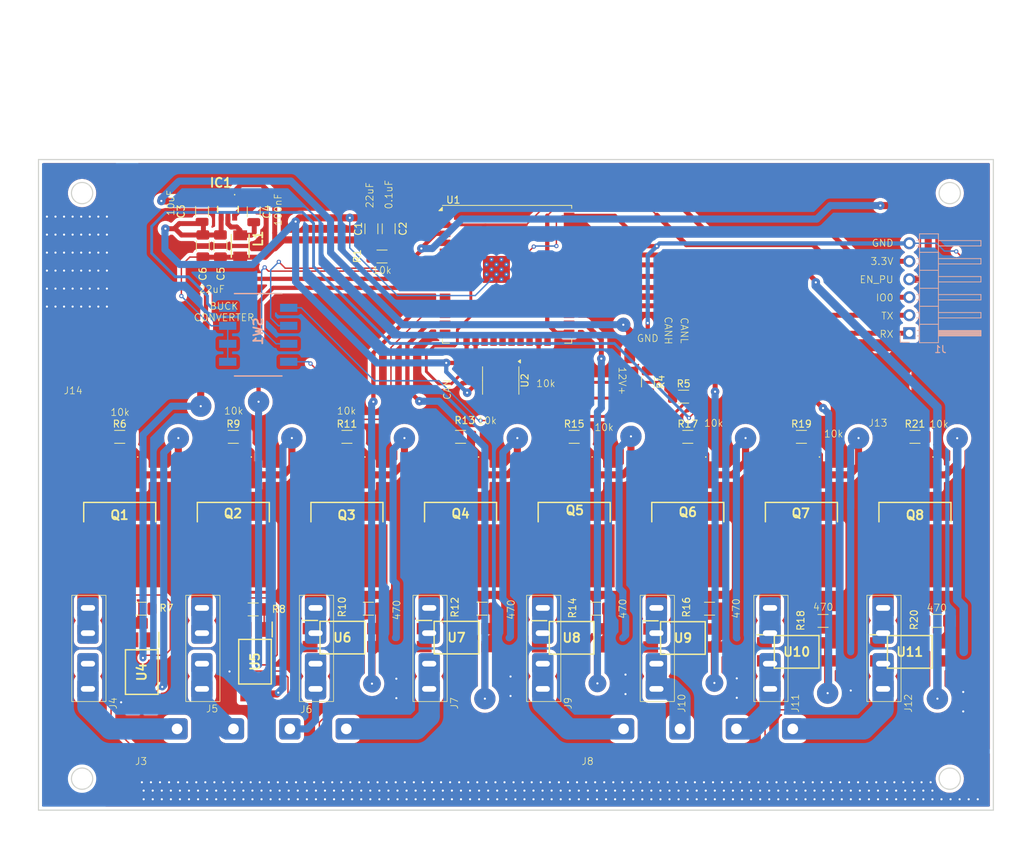
<source format=kicad_pcb>
(kicad_pcb (version 20241229) (generator "pcbnew") (generator_version "9.0")
  (layers (0 "F.Cu" signal) (2 "B.Cu" signal) (13 "F.Paste" user) (15 "B.Paste" user) (5 "F.SilkS" user "F.Silkscreen") (7 "B.SilkS" user "B.Silkscreen") (1 "F.Mask" user) (3 "B.Mask" user) (25 "Edge.Cuts" user))
  (net 0 "")
  (net 1 "GND")
  (net 2 "+3.3V")
  (net 3 "+12V")
  (net 4 "Net-(R7-Pad2)")
  (net 5 "Net-(Q1-G)")
  (net 6 "Net-(IC1-BST)")
  (net 7 "Net-(IC1-SW)")
  (net 8 "Net-(U2-Rs)")
  (net 10 "Net-(Q2-G)")
  (net 11 "Net-(R8-Pad2)")
  (net 12 "Net-(Q3-G)")
  (net 13 "Net-(R10-Pad2)")
  (net 14 "Net-(Q4-G)")
  (net 15 "Net-(R12-Pad2)")
  (net 16 "EN")
  (net 17 "ESP32_RX")
  (net 18 "IO0")
  (net 19 "ESP32_TX")
  (net 20 "CANL")
  (net 21 "CANH")
  (net 22 "LOAD03")
  (net 23 "LOAD04")
  (net 24 "LOAD01")
  (net 25 "LOAD02")
  (net 26 "12V_OUT01")
  (net 27 "12V_OUT02")
  (net 28 "12V_OUT03")
  (net 29 "12V_OUT04")
  (net 30 "DEVICE01")
  (net 31 "DEVICE02")
  (net 32 "DEVICE03")
  (net 33 "DEVICE04")
  (net 35 "CAN_TX")
  (net 36 "CAN_RX")
  (net 37 "LOAD06")
  (net 38 "LOAD08")
  (net 39 "LOAD07")
  (net 40 "LOAD05")
  (net 41 "12V_OUT05")
  (net 42 "12V_OUT06")
  (net 43 "12V_OUT07")
  (net 44 "12V_OUT08")
  (net 45 "Net-(Q5-G)")
  (net 46 "Net-(Q6-G)")
  (net 47 "Net-(Q7-G)")
  (net 48 "Net-(Q8-G)")
  (net 49 "Net-(R14-Pad2)")
  (net 50 "DEVICE05")
  (net 51 "Net-(R16-Pad2)")
  (net 52 "DEVICE06")
  (net 53 "DEVICE07")
  (net 54 "Net-(R18-Pad2)")
  (net 55 "DEVICE08")
  (net 56 "Net-(R20-Pad2)")
  (net 58 "CAN_TERM_CLOSED")
  (net 59 "DEVICE_SELECTION02")
  (net 67 "DEVICE_SELECTION01")
  (net 76 "GND1")
  (net 77 "+15V")
  (net 78 "DEVICE_SELECTION03")
  (footprint "Fuse:Automotive_Fuse_Holder" (layer "F.Cu") (at 52.655 121.662 90)
    (property "Reference" "J5")
    (property "Value" "Conn_01x04")
  )
  (footprint "Capacitor_SMD:C_1206_3216Metric" (layer "F.Cu") (at 55.898 52.2615 -90)
    (property "Reference" "C4")
    (property "Value" "100nF")
  )
  (footprint "Fuse:Automotive_Fuse_Holder" (layer "F.Cu") (at 68.685 121.662 90)
    (property "Reference" "J6")
    (property "Value" "Conn_01x04")
  )
  (footprint "Resistor_SMD:R_1206_3216Metric_Pad1.30x1.75mm_HandSolder" (layer "F.Cu") (at 55.82 108.41)
    (property "Reference" "R8")
    (property "Value" "470" (hide yes))
  )
  (footprint "Capacitor_SMD:C_1206_3216Metric_Pad1.33x1.80mm_HandSolder" (layer "F.Cu") (at 74.94 54.6675 90)
    (property "Reference" "C2")
    (property "Value" "0.1uF")
  )
  (footprint "Transistor_Power:IRF4905STRLPBF" (layer "F.Cu") (at 101.11 97.842 180)
    (property "Reference" "Q5")
    (property "Value" "IRF4905STRLPBF" (hide yes))
  )
  (footprint "Resistor_SMD:R_1206_3216Metric_Pad1.30x1.75mm_HandSolder" (layer "F.Cu") (at 120.21 108.31 180)
    (property "Reference" "R16")
    (property "Value" "470")
  )
  (footprint "Resistor_SMD:R_1206_3216Metric_Pad1.30x1.75mm_HandSolder" (layer "F.Cu") (at 149.19 84.05)
    (property "Reference" "R21")
    (property "Value" "10k")
  )
  (footprint "OptoDevice:PC817X3CSP9F" (layer "F.Cu") (at 56.08 115.79 -90)
    (property "Reference" "U5")
    (property "Value" "PC817" (hide yes))
  )
  (footprint "Transistor_Power:IRF4905STRLPBF" (layer "F.Cu") (at 69.05 97.842 180)
    (property "Reference" "Q3")
    (property "Value" "IRF4905STRLPBF" (hide yes))
  )
  (footprint "Capacitor_SMD:C_1206_3216Metric_Pad1.33x1.80mm_HandSolder" (layer "F.Cu") (at 51.198 57.1065 90)
    (property "Reference" "C5")
    (property "Value" "22uF")
  )
  (footprint "TestPoint:TestPoint_7.77mmX7.77mm" (layer "F.Cu") (at 139.5125 81.1475)
    (property "Reference" "J13")
    (property "Value" "Conn_01x01")
  )
  (footprint "Resistor_SMD:R_1206_3216Metric_Pad1.30x1.75mm_HandSolder" (layer "F.Cu") (at 72.074286 108.31 180)
    (property "Reference" "R10")
    (property "Value" "470")
  )
  (footprint "Resistor_SMD:R_1206_3216Metric_Pad1.30x1.75mm_HandSolder" (layer "F.Cu") (at 104.148571 108.31 180)
    (property "Reference" "R14")
    (property "Value" "470")
  )
  (footprint "OptoDevice:PC817X3CSP9F" (layer "F.Cu") (at 40.1 117.25 -90)
    (property "Reference" "U4")
    (property "Value" "PC817" (hide yes))
  )
  (footprint "TestPoint:TestPoint_7.77mmX7.77mm" (layer "F.Cu") (at 26.46 77.27)
    (property "Reference" "J14")
    (property "Value" "Conn_01x01")
  )
  (footprint "Connector:Screw_Terminal_1x04" (layer "F.Cu") (at 103 130.355)
    (property "Reference" "J8")
    (property "Value" "Conn_01x04")
  )
  (footprint "Transistor_Power:IRF4905STRLPBF" (layer "F.Cu") (at 117.14 97.842 180)
    (property "Reference" "Q6")
    (property "Value" "IRF4905STRLPBF" (hide yes))
  )
  (footprint "Transistor_Power:IRF4905STRLPBF" (layer "F.Cu") (at 85.08 97.842 180)
    (property "Reference" "Q4")
    (property "Value" "IRF4905STRLPBF" (hide yes))
  )
  (footprint "Capacitor_SMD:C_1206_3216Metric_Pad1.33x1.80mm_HandSolder" (layer "F.Cu") (at 72.5 54.6775 90)
    (property "Reference" "C1")
    (property "Value" "22uF")
  )
  (footprint "Resistor_SMD:R_1206_3216Metric_Pad1.30x1.75mm_HandSolder" (layer "F.Cu") (at 116.55 78.37)
    (property "Reference" "R5")
    (property "Value" "120")
  )
  (footprint "Fuse:Automotive_Fuse_Holder" (layer "F.Cu") (at 100.745 121.662 90)
    (property "Reference" "J9")
    (property "Value" "Conn_01x04")
  )
  (footprint "Resistor_SMD:R_1206_3216Metric_Pad1.30x1.75mm_HandSolder" (layer "F.Cu") (at 101.11 84.05)
    (property "Reference" "R15")
    (property "Value" "10k")
  )
  (footprint "OptoDevice:PC817X3CSP9F" (layer "F.Cu") (at 84.5 112.39)
    (property "Reference" "U7")
    (property "Value" "PC817" (hide yes))
  )
  (footprint "Capacitor_SMD:C_1206_3216Metric" (layer "F.Cu") (at 48.608 52.2215 -90)
    (property "Reference" "C3")
    (property "Value" "10uF")
  )
  (footprint "Transistor_Power:IRF4905STRLPBF" (layer "F.Cu") (at 149.19 97.842 180)
    (property "Reference" "Q8")
    (property "Value" "IRF4905STRLPBF" (hide yes))
  )
  (footprint "Resistor_SMD:R_1206_3216Metric_Pad1.30x1.75mm_HandSolder" (layer "F.Cu") (at 152.26 110.03 180)
    (property "Reference" "R20")
    (property "Value" "470")
  )
  (footprint "OptoDevice:PC817X3CSP9F" (layer "F.Cu") (at 68.4 112.39)
    (property "Reference" "U6")
    (property "Value" "PC817" (hide yes))
  )
  (footprint "Resistor_SMD:R_1206_3216Metric_Pad1.30x1.75mm_HandSolder" (layer "F.Cu") (at 69.05 84.05)
    (property "Reference" "R11")
    (property "Value" "10k")
  )
  (footprint "Fuse:Automotive_Fuse_Holder" (layer "F.Cu") (at 84.715 121.662 90)
    (property "Reference" "J7")
    (property "Value" "Conn_01x04")
  )
  (footprint "Transistor_Power:IRF4905STRLPBF" (layer "F.Cu") (at 133.17 97.842 180)
    (property "Reference" "Q7")
    (property "Value" "IRF4905STRLPBF" (hide yes))
  )
  (footprint "OptoDevice:PC817X3CSP9F" (layer "F.Cu") (at 132.5 114.4)
    (property "Reference" "U10")
    (property "Value" "PC817" (hide yes))
  )
  (footprint "Resistor_SMD:R_1206_3216Metric_Pad1.30x1.75mm_HandSolder" (layer "F.Cu") (at 133.17 84.05)
    (property "Reference" "R19")
    (property "Value" "10k")
  )
  (footprint "Fuse:Automotive_Fuse_Holder" (layer "F.Cu") (at 116.775 121.662 90)
    (property "Reference" "J10")
    (property "Value" "Conn_01x04")
  )
  (footprint "Transistor_Power:IRF4905STRLPBF" (layer "F.Cu") (at 53.02 97.842 180)
    (property "Reference" "Q2")
    (property "Value" "IRF4905STRLPBF" (hide yes))
  )
  (footprint "CustomLibraries:AP63203WU7" (layer "F.Cu") (at 52.258 51.9175 180)
    (property "Reference" "IC1")
    (property "Value" "AP63203WU-7" (hide yes))
  )
  (footprint "Resistor_SMD:R_1206_3216Metric_Pad1.30x1.75mm_HandSolder" (layer "F.Cu") (at 40 108.31)
    (property "Reference" "R7")
    (property "Value" "470")
  )
  (footprint "Resistor_SMD:R_1206_3216Metric_Pad1.30x1.75mm_HandSolder" (layer "F.Cu") (at 85.08 84.05)
    (property "Reference" "R13")
    (property "Value" "10k")
  )
  (footprint "Fuse:Automotive_Fuse_Holder" (layer "F.Cu") (at 148.754 121.662 90)
    (property "Reference" "J12")
    (property "Value" "Conn_01x04")
  )
  (footprint "Resistor_SMD:R_1206_3216Metric_Pad1.30x1.75mm_HandSolder" (layer "F.Cu") (at 111.52 76.28 -90)
    (property "Reference" "R4")
    (property "Value" "10k")
  )
  (footprint "Transistor_Power:IRF4905STRLPBF" (layer "F.Cu") (at 36.99 97.842 180)
    (property "Reference" "Q1")
    (property "Value" "IRF4905STRLPBF" (hide yes))
  )
  (footprint "OptoDevice:PC817X3CSP9F" (layer "F.Cu") (at 116.45 112.44)
    (property "Reference" "U9")
    (property "Value" "PC817" (hide yes))
  )
  (footprint "Resistor_SMD:R_1206_3216Metric_Pad1.30x1.75mm_HandSolder" (layer "F.Cu") (at 117.14 84.05)
    (property "Reference" "R17")
    (property "Value" "10k")
  )
  (footprint "Resistor_SMD:R_1206_3216Metric_Pad1.30x1.75mm_HandSolder" (layer "F.Cu") (at 53.02 84.05)
    (property "Reference" "R9")
    (property "Value" "10k")
  )
  (footprint "RF_Module:ESP32-WROOM-32U" (layer "F.Cu") (at 91.64 61.1)
    (property "Reference" "U1")
    (property "Value" "ESP32-WROOM-32")
  )
  (footprint "Package_SO:SOIC-8_3.9x4.9mm_P1.27mm" (layer "F.Cu") (at 90.745 76.095 -90)
    (property "Reference" "U2")
    (property "Value" "SN65HVD230")
  )
  (footprint "Resistor_SMD:R_1206_3216Metric_Pad1.30x1.75mm_HandSolder" (layer "F.Cu") (at 136.222857 110.03 180)
    (property "Reference" "R18")
    (property "Value" "470")
  )
  (footprint "OptoDevice:PC817X3CSP9F" (layer "F.Cu") (at 100.75 112.42)
    (property "Reference" "U8")
    (property "Value" "PC817" (hide yes))
  )
  (footprint "Resistor_SMD:R_1206_3216Metric_Pad1.30x1.75mm_HandSolder" (layer "F.Cu") (at 74 58.5875)
    (property "Reference" "R1")
    (property "Value" "10k")
  )
  (footprint "Capacitor_SMD:C_1206_3216Metric_Pad1.33x1.80mm_HandSolder" (layer "F.Cu") (at 48.718 57.1065 90)
    (property "Reference" "C6")
    (property "Value" "22uF")
  )
  (footprint "OptoDevice:PC817X3CSP9F" (layer "F.Cu") (at 148.455 114.405)
    (property "Reference" "U11")
    (property "Value" "PC817" (hide yes))
  )
  (footprint "Fuse:Automotive_Fuse_Holder" (layer "F.Cu") (at 36.574 121.662 90)
    (property "Reference" "J4")
    (property "Value" "Conn_01x04")
  )
  (footprint "Resistor_SMD:R_1206_3216Metric_Pad1.30x1.75mm_HandSolder" (layer "F.Cu") (at 36.99 84.05)
    (property "Reference" "R6")
    (property "Value" "10k")
  )
  (footprint "Connector:Screw_Terminal_1x04" (layer "F.Cu") (at 40 130.355)
    (property "Reference" "J3")
    (property "Value" "Conn_01x04")
  )
  (footprint "Fuse:Automotive_Fuse_Holder" (layer "F.Cu") (at 132.805 121.662 90)
    (property "Reference" "J11")
    (property "Value" "Conn_01x04")
  )
  (footprint "Inductor_SMD:NLV32T-3R9J-EF" (layer "F.Cu") (at 53.988 57.0965 -90)
    (property "Reference" "L1")
    (property "Value" "NLV32T-3R9J-EF (3.9uH)" (hide yes))
  )
  (footprint "CustomLibraries:CAN_PLUS_POWER" (layer "F.Cu") (at 103.87 69.98 -90)
    (property "Reference" "J2" (hide yes))
    (property "Value" "Conn_01x04" (hide yes))
  )
  (footprint "Resistor_SMD:R_1206_3216Metric_Pad1.30x1.75mm_HandSolder" (layer "F.Cu") (at 88.111429 108.31 180)
    (property "Reference" "R12")
    (property "Value" "470")
  )
  (footprint "Button_Switch_SMD:SW_DIP_219-4LPST" (layer "B.Cu") (at 56.53 69.64 -90)
    (property "Reference" "SW1")
    (property "Value" "SW_DIP_x04" (hide yes))
  )
  (footprint "Connector_PinHeader_2.54mm:PinHeader_1x06_P2.54mm_Horizontal" (layer "B.Cu") (at 148.395 69.42)
    (property "Reference" "J1")
    (property "Value" "Conn_01x06")
  )
  (gr_line (start 25.53 44.898614) (end 160.25 44.898614) (stroke (width 0.16)) (layer "Edge.Cuts"))
  (gr_circle (center 154.1 132.3) (end 152.6 132.3) (stroke (width 0.16)) (fill no) (layer "Edge.Cuts"))
  (gr_line (start 25.53 136.75) (end 25.53 44.898614) (stroke (width 0.16)) (layer "Edge.Cuts"))
  (gr_line (start 160.25 44.898614) (end 160.25 136.75) (stroke (width 0.16)) (layer "Edge.Cuts"))
  (gr_circle (center 31.68 49.634332) (end 30.18 49.634332) (stroke (width 0.16)) (fill no) (layer "Edge.Cuts"))
  (gr_circle (center 31.68 132.3) (end 30.18 132.3) (stroke (width 0.16)) (fill no) (layer "Edge.Cuts"))
  (gr_circle (center 154.1 49.634332) (end 152.6 49.634332) (stroke (width 0.16)) (fill no) (layer "Edge.Cuts"))
  (gr_line (start 160.25 136.75) (end 25.53 136.75) (stroke (width 0.16)) (layer "Edge.Cuts"))
  (gr_text "10uF" (at 44.76 52.93 90) (layer "F.SilkS") (effects (font (size 1 1) (thickness 0.1)) (justify left bottom)))
  (gr_text "10k" (at 105.33 82.12 0) (layer "F.SilkS") (effects (font (size 1 1) (thickness 0.1)) (justify top)))
  (gr_text "TX" (at 146.22 66.98 0) (layer "F.SilkS") (effects (font (size 1 1) (thickness 0.1)) (justify right)))
  (gr_text "10k" (at 68.99 79.8 0) (layer "F.SilkS") (effects (font (size 1 1) (thickness 0.1)) (justify top)))
  (gr_text "GND" (at 146.22 56.7 0) (layer "F.SilkS") (effects (font (size 1 1) (thickness 0.1)) (justify right)))
  (gr_text "22uF" (at 72.85 51.83 90) (layer "F.SilkS") (effects (font (size 1 1) (thickness 0.1)) (justify left bottom)))
  (gr_text "470" (at 124.55 109.77 90) (layer "F.SilkS") (effects (font (size 1 1) (thickness 0.1)) (justify left bottom)))
  (gr_text "10k" (at 120.79 81.53 0) (layer "F.SilkS") (effects (font (size 1 1) (thickness 0.1)) (justify top)))
  (gr_text "EN_PU" (at 146.22 61.84 0) (layer "F.SilkS") (effects (font (size 1 1) (thickness 0.1)) (justify right)))
  (gr_text "10k" (at 152.58 81.66 0) (layer "F.SilkS") (effects (font (size 1 1) (thickness 0.1)) (justify top)))
  (gr_text "470" (at 108.55 109.81 90) (layer "F.SilkS") (effects (font (size 1 1) (thickness 0.1)) (justify left bottom)))
  (gr_text "CAN" (at 83.79 78.88 90) (layer "F.SilkS") (effects (font (size 1 1) (thickness 0.1)) (justify left bottom)))
  (gr_text "IO0" (at 146.22 64.41 0) (layer "F.SilkS") (effects (font (size 1 1) (thickness 0.1)) (justify right)))
  (gr_text "RX" (at 146.22 69.55 0) (layer "F.SilkS") (effects (font (size 1 1) (thickness 0.1)) (justify right)))
  (gr_text "10k" (at 137.71 83.04 0) (layer "F.SilkS") (effects (font (size 1 1) (thickness 0.1)) (justify top)))
  (gr_text "100nF" (at 59.92 54.37 90) (layer "F.SilkS") (effects (font (size 1 1) (thickness 0.1)) (justify left bottom)))
  (gr_text "10k" (at 53.07 79.8 0) (layer "F.SilkS") (effects (font (size 1 1) (thickness 0.1)) (justify top)))
  (gr_text "BUCK\nCONVERTER" (at 51.71 65.01 0) (layer "F.SilkS") (effects (font (size 1 1) (thickness 0.1)) (justify top)))
  (gr_text "0.1uF" (at 75.54 51.98 90) (layer "F.SilkS") (effects (font (size 1 1) (thickness 0.1)) (justify left bottom)))
  (gr_text "10k" (at 72.57 61.12 0) (layer "F.SilkS") (effects (font (size 1 1) (thickness 0.1)) (justify left bottom)))
  (gr_text "470" (at 150.77 108.77 0) (layer "F.SilkS") (effects (font (size 1 1) (thickness 0.1)) (justify left bottom)))
  (gr_text "22uF" (at 49.99 62.63 0) (layer "F.SilkS") (effects (font (size 1 1) (thickness 0.1)) (justify top)))
  (gr_text "10k" (at 97.11 75.93 0) (layer "F.SilkS") (effects (font (size 1 1) (thickness 0.1)) (justify top)))
  (gr_text "470" (at 134.74 108.66 0) (layer "F.SilkS") (effects (font (size 1 1) (thickness 0.1)) (justify left bottom)))
  (gr_text "470" (at 92.79 109.93 90) (layer "F.SilkS") (effects (font (size 1 1) (thickness 0.1)) (justify left bottom)))
  (gr_text "3.3V" (at 146.22 59.27 0) (layer "F.SilkS") (effects (font (size 1 1) (thickness 0.1)) (justify right)))
  (gr_text "10k" (at 37.04 79.99 0) (layer "F.SilkS") (effects (font (size 1 1) (thickness 0.1)) (justify top)))
  (gr_text "470" (at 76.66 109.99 90) (layer "F.SilkS") (effects (font (size 1 1) (thickness 0.1)) (justify left bottom)))
  (gr_text "10k" (at 88.83 81.17 0) (layer "F.SilkS") (effects (font (size 1 1) (thickness 0.1)) (justify top)))
  (segment (start 128.04 123.79) (end 128.04 127.82) (width 0.2) (layer "F.Cu") (net 1))
  (segment (start 55.82 117.11) (end 54.7 115.99) (width 0.2) (layer "F.Cu") (net 1))
  (segment (start 45.402 53.938) (end 48.798 53.938) (width 0.7) (layer "F.Cu") (net 1))
  (segment (start 111.67 129.43) (end 110.48 130.62) (width 0.2) (layer "F.Cu") (net 1))
  (segment (start 155.88 127.26) (end 158.69 124.45) (width 0.2) (layer "F.Cu") (net 1))
  (segment (start 118.78 119.7) (end 118.78 123.52) (width 0.2) (layer "F.Cu") (net 1))
  (segment (start 117.85 130.62) (end 117.57 130.62) (width 0.2) (layer "F.Cu") (net 1))
  (segment (start 93.935 58.665) (end 92.485 58.665) (width 0.2) (layer "F.Cu") (net 1))
  (segment (start 111.49 72.52) (end 111.49 67.97) (width 0.6) (layer "F.Cu") (net 1))
  (segment (start 119.65 128.82) (end 117.85 130.62) (width 0.2) (layer "F.Cu") (net 1))
  (segment (start 98.58 53.68) (end 98.6 53.7) (width 0.2) (layer "F.Cu") (net 1))
  (segment (start 74.94 53.105) (end 72.51 53.105) (width 1) (layer "F.Cu") (net 1))
  (segment (start 111.49 72.52) (end 111.49 74.7) (width 0.6) (layer "F.Cu") (net 1))
  (segment (start 82.44 130.62) (end 63.43 130.62) (width 0.2) (layer "F.Cu") (net 1))
  (segment (start 62.34 53.13) (end 69.45 53.13) (width 1) (layer "F.Cu") (net 1))
  (segment (start 119.65 124.39) (end 119.65 128.82) (width 0.2) (layer "F.Cu") (net 1))
  (segment (start 148.455 116.945) (end 148.455 125.395) (width 0.2) (layer "F.Cu") (net 1))
  (segment (start 82.64 130.62) (end 82.44 130.62) (width 0.2) (layer "F.Cu") (net 1))
  (segment (start 111.49 74.7) (end 111.52 74.73) (width 0.2) (layer "F.Cu") (net 1))
  (segment (start 85.93 72.33) (end 84.65 73.61) (width 0.6) (layer "F.Cu") (net 1))
  (segment (start 98.6 53.7) (end 98.6 57.11) (width 0.2) (layer "F.Cu") (net 1))
  (segment (start 116.45 117.37) (end 118.78 119.7) (width 0.2) (layer "F.Cu") (net 1))
  (segment (start 143.23 130.62) (end 124.45 130.62) (width 0.2) (layer "F.Cu") (net 1))
  (segment (start 68.4 114.93) (end 68.4 121.11) (width 0.2) (layer "F.Cu") (net 1))
  (segment (start 125.24 130.62) (end 124.45 130.62) (width 0.2) (layer "F.Cu") (net 1))
  (segment (start 148.455 116.945) (end 148.455 125.535) (width 0.2) (layer "F.Cu") (net 1))
  (segment (start 132.5 116.94) (end 132.5 120.98) (width 0.2) (layer "F.Cu") (net 1))
  (segment (start 69.465 53.115) (end 69.45 53.13) (width 0.2) (layer "F.Cu") (net 1))
  (segment (start 50.28 128.47) (end 55.1 128.47) (width 0.2) (layer "F.Cu") (net 1))
  (segment (start 65.16 124.35) (end 65.16 129.19) (width 0.2) (layer "F.Cu") (net 1))
  (segment (start 70.15 53.13) (end 70.165 53.115) (width 0.2) (layer "F.Cu") (net 1))
  (segment (start 117.57 130.62) (end 110.16 130.62) (width 0.2) (layer "F.Cu") (net 1))
  (segment (start 148.455 125.535) (end 150.18 127.26) (width 0.2) (layer "F.Cu") (net 1))
  (segment (start 91.38 75.28) (end 89.9 76.76) (width 0.6) (layer "F.Cu") (net 1))
  (segment (start 54.7 115.92) (end 54.81 115.81) (width 0.2) (layer "F.Cu") (net 1))
  (segment (start 92.485 58.665) (end 92.14 59.01) (width 0.2) (layer "F.Cu") (net 1))
  (segment (start 72.5 53.115) (end 69.465 53.115) (width 0.2) (layer "F.Cu") (net 1))
  (segment (start 100.39 52.85) (end 99.41 52.85) (width 0.2) (layer "F.Cu") (net 1))
  (segment (start 51.158 55.5555) (end 48.8055 55.5555) (width 0.7) (layer "F.Cu") (net 1))
  (segment (start 44.82 54.66) (end 45.7155 55.5555) (width 0.7) (layer "F.Cu") (net 1))
  (segment (start 91.38 73.62) (end 91.38 75.28) (width 0.6) (layer "F.Cu") (net 1))
  (segment (start 37.8 112.7) (end 35.77 114.73) (width 0.2) (layer "F.Cu") (net 1))
  (segment (start 59.84 117.11) (end 55.82 117.11) (width 0.2) (layer "F.Cu") (net 1))
  (segment (start 100.75 114.96) (end 100.75 120.32) (width 0.2) (layer "F.Cu") (net 1))
  (segment (start 158.69 124.45) (end 158.69 81.01) (width 0.2) (layer "F.Cu") (net 1))
  (segment (start 124.45 130.62) (end 117.57 130.62) (width 0.2) (layer "F.Cu") (net 1))
  (segment (start 89.9 76.76) (end 87.07 76.76) (width 0.6) (layer "F.Cu") (net 1))
  (segment (start 82.89 52.85) (end 76.8 52.85) (width 0.7) (layer "F.Cu") (net 1))
  (segment (start 51.298 53.028) (end 51.298 55.4155) (width 0.7) (layer "F.Cu") (net 1))
  (segment (start 57.5 126.07) (end 57.5 124.36) (width 0.2) (layer "F.Cu") (net 1))
  (segment (start 111.13 57.13) (end 106.85 52.85) (width 0.6) (layer "F.Cu") (net 1))
  (segment (start 111.67 123.75) (end 111.67 129.43) (width 0.2) (layer "F.Cu") (net 1))
  (segment (start 76.555 53.105) (end 74.94 53.105) (width 0.7) (layer "F.Cu") (net 1))
  (segment (start 155.75 58.61) (end 155.01 57.87) (width 0.2) (layer "F.Cu") (net 1))
  (segment (start 45.7155 55.5555) (end 48.8055 55.5555) (width 0.7) (layer "F.Cu") (net 1))
  (segment (start 100.75 120.32) (end 102.45 122.02) (width 0.2) (layer "F.Cu") (net 1))
  (segment (start 102.45 122.02) (end 109.94 122.02) (width 0.2) (layer "F.Cu") (net 1))
  (segment (start 35.77 124.76) (end 41.42 130.41) (width 0.2) (layer "F.Cu") (net 1))
  (segment (start 38.83 112.7) (end 37.8 112.7) (width 0.2) (layer "F.Cu") (net 1))
  (segment (start 41.42 130.41) (end 48.34 130.41) (width 0.2) (layer "F.Cu") (net 1))
  (segment (start 130.9 122.58) (end 129.25 122.58) (width 0.2) (layer "F.Cu") (net 1))
  (segment (start 155.75 78.07) (end 155.75 58.61) (width 0.2) (layer "F.Cu") (net 1))
  (segment (start 110.16 130.62) (end 82.44 130.62) (width 0.2) (layer "F.Cu") (net 1))
  (segment (start 109.94 122.02) (end 111.67 123.75) (width 0.2) (layer "F.Cu") (net 1))
  (segment (start 70.165 53.115) (end 72.5 53.115) (width 1) (layer "F.Cu") (net 1))
  (segment (start 65.16 129.19) (end 63.73 130.62) (width 0.2) (layer "F.Cu") (net 1))
  (segment (start 87.07 76.76) (end 86.01 77.82) (width 0.6) (layer "F.Cu") (net 1))
  (segment (start 44.68 54.66) (end 45.402 53.938) (width 0.7) (layer "F.Cu") (net 1))
  (segment (start 106.85 52.85) (end 100.39 52.85) (width 0.6) (layer "F.Cu") (net 1))
  (segment (start 60.73 121.13) (end 60.73 118) (width 0.2) (layer "F.Cu") (net 1))
  (segment (start 54.7 115.99) (end 54.7 115.92) (width 0.2) (layer "F.Cu") (net 1))
  (segment (start 43.44 54.66) (end 44.68 54.66) (width 0.7) (layer "F.Cu") (net 1))
  (segment (start 110.48 130.62) (end 110.16 130.62) (width 0.2) (layer "F.Cu") (net 1))
  (segment (start 92.14 59.01) (end 90.84 59.01) (width 0.2) (layer "F.Cu") (net 1))
  (segment (start 132.5 120.98) (end 130.9 122.58) (width 0.2) (layer "F.Cu") (net 1))
  (segment (start 148.455 125.395) (end 143.23 130.62) (width 0.2) (layer "F.Cu") (net 1))
  (segment (start 128.04 127.82) (end 125.24 130.62) (width 0.2) (layer "F.Cu") (net 1))
  (segment (start 48.798 55.563) (end 48.798 53.938) (width 0.7) (layer "F.Cu") (net 1))
  (segment (start 129.25 122.58) (end 128.04 123.79) (width 0.2) (layer "F.Cu") (net 1))
  (segment (start 99.41 52.85) (end 98.58 53.68) (width 0.2) (layer "F.Cu") (net 1))
  (segment (start 60.73 118) (end 59.84 117.11) (width 0.2) (layer "F.Cu") (net 1))
  (segment (start 69.45 53.13) (end 70.15 53.13) (width 1) (layer "F.Cu") (net 1))
  (segment (start 118.78 123.52) (end 119.65 124.39) (width 0.2) (layer "F.Cu") (net 1))
  (segment (start 35.77 114.73) (end 35.77 124.76) (width 0.2) (layer "F.Cu") (net 1))
  (segment (start 48.34 130.41) (end 50.28 128.47) (width 0.2) (layer "F.Cu") (net 1))
  (segment (start 85.93 70.61) (end 85.93 72.33) (width 0.6) (layer "F.Cu") (net 1))
  (segment (start 112.77 57.13) (end 111.13 57.13) (width 0.6) (layer "F.Cu") (net 1))
  (segment (start 61.81 53.66) (end 62.34 53.13) (width 1) (layer "F.Cu") (net 1))
  (segment (start 76.71 52.94) (end 76.71 52.95) (width 0.7) (layer "F.Cu") (net 1))
  (segment (start 150.18 127.26) (end 155.88 127.26) (width 0.2) (layer "F.Cu") (net 1))
  (segment (start 116.45 114.98) (end 116.45 117.37) (width 0.2) (layer "F.Cu") (net 1))
  (segment (start 76.8 52.85) (end 76.71 52.94) (width 0.7) (layer "F.Cu") (net 1))
  (segment (start 158.69 81.01) (end 155.75 78.07) (width 0.2) (layer "F.Cu") (net 1))
  (segment (start 68.4 121.11) (end 65.16 124.35) (width 0.2) (layer "F.Cu") (net 1))
  (segment (start 76.71 52.95) (end 76.555 53.105) (width 0.7) (layer "F.Cu") (net 1))
  (segment (start 84.65 73.61) (end 83.06 73.61) (width 0.6) (layer "F.Cu") (net 1))
  (segment (start 95.41 57.19) (end 93.935 58.665) (width 0.2) (layer "F.Cu") (net 1))
  (segment (start 72.51 53.105) (end 72.5 53.115) (width 0.2) (layer "F.Cu") (net 1))
  (segment (start 63.73 130.62) (end 63.43 130.62) (width 0.2) (layer "F.Cu") (net 1))
  (segment (start 55.1 128.47) (end 57.5 126.07) (width 0.2) (layer "F.Cu") (net 1))
  (segment (start 84.5 128.76) (end 82.64 130.62) (width 0.2) (layer "F.Cu") (net 1))
  (segment (start 57.5 124.36) (end 60.73 121.13) (width 0.2) (layer "F.Cu") (net 1))
  (segment (start 54.81 115.81) (end 54.81 111.24) (width 0.2) (layer "F.Cu") (net 1))
  (segment (start 84.5 114.93) (end 84.5 128.76) (width 0.2) (layer "F.Cu") (net 1))
  (via (at 98.6 57.11) (size 0.6) (drill 0.3) (layers "F.Cu" "B.Cu") (net 1))
  (via (at 43.44 54.66) (size 1.2) (drill 0.3) (layers "F.Cu" "B.Cu") (net 1))
  (via (at 61.81 53.66) (size 1.2) (drill 0.3) (layers "F.Cu" "B.Cu") (net 1))
  (via (at 155.01 57.87) (size 0.6) (drill 0.3) (layers "F.Cu" "B.Cu") (net 1))
  (via (at 69.45 53.13) (size 1.2) (drill 0.3) (layers "F.Cu" "B.Cu") (net 1))
  (via (at 86.01 77.82) (size 1.2) (drill 0.3) (layers "F.Cu" "B.Cu") (net 1))
  (via (at 83.06 73.61) (size 1.2) (drill 0.3) (layers "F.Cu" "B.Cu") (net 1))
  (via (at 95.41 57.19) (size 0.6) (drill 0.3) (layers "F.Cu" "B.Cu") (net 1))
  (via (at 111.49 67.97) (size 0.6) (drill 0.3) (layers "F.Cu" "B.Cu") (net 1))
  (via (at 112.77 57.13) (size 0.8) (drill 0.3) (layers "F.Cu" "B.Cu") (net 1))
  (segment (start 45.45 59.71) (end 43.37 57.63) (width 1) (layer "B.Cu") (net 1))
  (segment (start 61.81 62.17) (end 73.25 73.61) (width 1) (layer "B.Cu") (net 1))
  (segment (start 55.76 59.71) (end 45.45 59.71) (width 1) (layer "B.Cu") (net 1))
  (segment (start 83.06 74.87) (end 86.01 77.82) (width 0.6) (layer "B.Cu") (net 1))
  (segment (start 95.49 57.11) (end 95.41 57.19) (width 0.2) (layer "B.Cu") (net 1))
  (segment (start 61.81 53.66) (end 55.76 59.71) (width 1) (layer "B.Cu") (net 1))
  (segment (start 148.375 56.74) (end 148.395 56.72) (width 0.6) (layer "B.Cu") (net 1))
  (segment (start 61.81 53.66) (end 61.81 62.17) (width 1) (layer "B.Cu") (net 1))
  (segment (start 98.6 57.11) (end 95.49 57.11) (width 0.2) (layer "B.Cu") (net 1))
  (segment (start 69.45 53.13) (end 69.45 57.38) (width 0.2) (layer "B.Cu") (net 1))
  (segment (start 111.49 67.97) (end 111.49 58.41) (width 0.6) (layer "B.Cu") (net 1))
  (segment (start 69.45 57.38) (end 76.17 64.1) (width 0.2) (layer "B.Cu") (net 1))
  (segment (start 83.06 73.61) (end 83.06 74.87) (width 0.6) (layer "B.Cu") (net 1))
  (segment (start 43.37 57.63) (end 43.37 54.73) (width 1) (layer "B.Cu") (net 1))
  (segment (start 112.77 57.13) (end 113.16 56.74) (width 0.6) (layer "B.Cu") (net 1))
  (segment (start 154.96 57.82) (end 153.34 57.82) (width 0.2) (layer "B.Cu") (net 1))
  (segment (start 152.24 56.72) (end 148.395 56.72) (width 0.2) (layer "B.Cu") (net 1))
  (segment (start 153.34 57.82) (end 152.24 56.72) (width 0.2) (layer "B.Cu") (net 1))
  (segment (start 111.49 58.41) (end 112.77 57.13) (width 0.6) (layer "B.Cu") (net 1))
  (segment (start 113.16 56.74) (end 148.375 56.74) (width 0.6) (layer "B.Cu") (net 1))
  (segment (start 43.37 54.73) (end 43.44 54.66) (width 1) (layer "B.Cu") (net 1))
  (segment (start 87.15 64.1) (end 89.535 61.715) (width 0.2) (layer "B.Cu") (net 1))
  (segment (start 76.17 64.1) (end 87.15 64.1) (width 0.2) (layer "B.Cu") (net 1))
  (segment (start 155.01 57.87) (end 154.96 57.82) (width 0.2) (layer "B.Cu") (net 1))
  (segment (start 73.25 73.61) (end 83.06 73.61) (width 1) (layer "B.Cu") (net 1))
  (segment (start 84.63 70.83) (end 84.63 68.93) (width 0.4) (layer "F.Cu") (net 2))
  (segment (start 80.25 72.32) (end 81.34 71.23) (width 0.4) (layer "F.Cu") (net 2))
  (segment (start 80.25 74.83) (end 80.25 72.32) (width 0.4) (layer "F.Cu") (net 2))
  (segment (start 137.53 55.51) (end 141.28 59.26) (width 0.7) (layer "F.Cu") (net 2))
  (segment (start 84.89 75.45) (end 89.47 75.45) (width 0.4) (layer "F.Cu") (net 2))
  (segment (start 82.89 54.12) (end 88.58 54.12) (width 0.4) (layer "F.Cu") (net 2))
  (segment (start 86.53 56.17) (end 88.58 54.12) (width 0.4) (layer "F.Cu") (net 2))
  (segment (start 116.12 51.45) (end 120.18 55.51) (width 0.7) (layer "F.Cu") (net 2))
  (segment (start 81.34 71.23) (end 84.23 71.23) (width 0.4) (layer "F.Cu") (net 2))
  (segment (start 116.12 51.45) (end 116.071 51.401) (width 0.2) (layer "F.Cu") (net 2))
  (segment (start 81.99 76.57) (end 80.25 74.83) (width 0.4) (layer "F.Cu") (net 2))
  (segment (start 54.088 48.4565) (end 57.038 48.4565) (width 0.7) (layer "F.Cu") (net 2))
  (segment (start 58.858 50.2765) (end 58.858 55.2565) (width 0.7) (layer "F.Cu") (net 2))
  (segment (start 45.69 59.86) (end 45.69 64.17) (width 0.2) (layer "F.Cu") (net 2))
  (segment (start 86.53 67.03) (end 86.53 56.17) (width 0.4) (layer "F.Cu") (net 2))
  (segment (start 48.718 58.669) (end 46.881 58.669) (width 0.2) (layer "F.Cu") (net 2))
  (segment (start 84.23 71.23) (end 84.63 70.83) (width 0.4) (layer "F.Cu") (net 2))
  (segment (start 53.198 49.3465) (end 54.088 48.4565) (width 0.7) (layer "F.Cu") (net 2))
  (segment (start 72.5 56.24) (end 59.9845 56.24) (width 1) (layer "F.Cu") (net 2))
  (segment (start 97.079 51.401) (end 94.36 54.12) (width 0.2) (layer "F.Cu") (net 2))
  (segment (start 59.9845 56.24) (end 58.858 57.3665) (width 1) (layer "F.Cu") (net 2))
  (segment (start 80.09 54.12) (end 82.89 54.12) (width 0.7) (layer "F.Cu") (net 2))
  (segment (start 141.28 59.26) (end 148.395 59.26) (width 0.7) (layer "F.Cu") (net 2))
  (segment (start 58.028 58.1965) (end 57.5365 58.688) (width 0.7) (layer "F.Cu") (net 2))
  (segment (start 58.858 55.2565) (end 58.858 57.3665) (width 0.7) (layer "F.Cu") (net 2))
  (segment (start 90.11 74.81) (end 90.11 73.62) (width 0.4) (layer "F.Cu") (net 2))
  (segment (start 59.1455 57.079) (end 58.028 58.1965) (width 0.7) (layer "F.Cu") (net 2))
  (segment (start 72.5 56.24) (end 72.5 58.5375) (width 1) (layer "F.Cu") (net 2))
  (segment (start 84.63 68.93) (end 85.3 68.26) (width 0.4) (layer "F.Cu") (net 2))
  (segment (start 58.858 57.3665) (end 58.028 58.1965) (width 0.2) (layer "F.Cu") (net 2))
  (segment (start 46.881 58.669) (end 46.18 59.37) (width 0.2) (layer "F.Cu") (net 2))
  (segment (start 88.58 54.12) (end 94.36 54.12) (width 0.4) (layer "F.Cu") (net 2))
  (segment (start 74.94 56.23) (end 77.98 56.23) (width 0.7) (layer "F.Cu") (net 2))
  (segment (start 77.98 56.23) (end 80.09 54.12) (width 0.7) (layer "F.Cu") (net 2))
  (segment (start 84.63 75.71) (end 84.89 75.45) (width 0.4) (layer "F.Cu") (net 2))
  (segment (start 83.77 76.57) (end 81.99 76.57) (width 0.4) (layer "F.Cu") (net 2))
  (segment (start 57.038 48.4565) (end 58.858 50.2765) (width 0.7) (layer "F.Cu") (net 2))
  (segment (start 89.47 75.45) (end 90.11 74.81) (width 0.4) (layer "F.Cu") (net 2))
  (segment (start 85.46 68.1) (end 86.53 67.03) (width 0.4) (layer "F.Cu") (net 2))
  (segment (start 72.5 58.5375) (end 72.45 58.5875) (width 0.2) (layer "F.Cu") (net 2))
  (segment (start 116.071 51.401) (end 97.079 51.401) (width 0.2) (layer "F.Cu") (net 2))
  (segment (start 84.63 75.71) (end 83.77 76.57) (width 0.4) (layer "F.Cu") (net 2))
  (segment (start 57.5365 58.688) (end 48.798 58.688) (width 0.7) (layer "F.Cu") (net 2))
  (segment (start 120.18 55.51) (end 137.53 55.51) (width 0.7) (layer "F.Cu") (net 2))
  (segment (start 53.198 50.83) (end 53.198 49.3465) (width 0.7) (layer "F.Cu") (net 2))
  (segment (start 74.93 56.24) (end 74.94 56.23) (width 0.2) (layer "F.Cu") (net 2))
  (segment (start 46.18 59.37) (end 45.69 59.86) (width 0.2) (layer "F.Cu") (net 2))
  (segment (start 72.5 56.24) (end 74.93 56.24) (width 1) (layer "F.Cu") (net 2))
  (via (at 45.69 64.17) (size 0.6) (drill 0.3) (layers "F.Cu" "B.Cu") (net 2))
  (segment (start 52.23 73.45) (end 52.23 70.91) (width 0.2) (layer "B.Cu") (net 2))
  (segment (start 52.23 68.37) (end 49.89 68.37) (width 0.2) (layer "B.Cu") (net 2))
  (segment (start 49.89 68.37) (end 45.69 64.17) (width 0.2) (layer "B.Cu") (net 2))
  (segment (start 52.23 68.37) (end 52.23 70.91) (width 0.2) (layer "B.Cu") (net 2))
  (segment (start 52.248 50.83) (end 51.298 50.83) (width 0.7) (layer "F.Cu") (net 3))
  (segment (start 48.608 50.7465) (end 42.8635 50.7465) (width 1) (layer "F.Cu") (net 3))
  (segment (start 108.95 69.13) (end 108.04 68.22) (width 1) (layer "F.Cu") (net 3))
  (segment (start 108.95 72.52) (end 108.95 69.13) (width 1) (layer "F.Cu") (net 3))
  (segment (start 51.298 50.83) (end 48.64 50.83) (width 0.7) (layer "F.Cu") (net 3))
  (via (at 42.8635 50.7465) (size 1.2) (drill 0.3) (layers "F.Cu" "B.Cu") (net 3))
  (via (at 108.04 68.22) (size 2) (drill 0.3) (layers "F.Cu" "B.Cu") (net 3))
  (segment (start 76.92 68.22) (end 66.74 58.04) (width 1) (layer "B.Cu") (net 3))
  (segment (start 61.16 47.95) (end 45.4 47.95) (width 1) (layer "B.Cu") (net 3))
  (segment (start 45.4 47.95) (end 45.33 48.02) (width 0.2) (layer "B.Cu") (net 3))
  (segment (start 45.33 48.02) (end 45.26 48.02) (width 0.2) (layer "B.Cu") (net 3))
  (segment (start 66.74 58.04) (end 66.74 53.53) (width 1) (layer "B.Cu") (net 3))
  (segment (start 66.74 53.53) (end 61.16 47.95) (width 1) (layer "B.Cu") (net 3))
  (segment (start 108.04 68.22) (end 76.92 68.22) (width 1) (layer "B.Cu") (net 3))
  (segment (start 42.8635 50.4165) (end 42.8635 50.7465) (width 1) (layer "B.Cu") (net 3))
  (segment (start 45.26 48.02) (end 42.8635 50.4165) (width 1) (layer "B.Cu") (net 3))
  (segment (start 41.55 112.52) (end 41.37 112.7) (width 0.2) (layer "F.Cu") (net 4))
  (segment (start 41.55 108.31) (end 41.55 112.52) (width 0.2) (layer "F.Cu") (net 4))
  (segment (start 42.82 119.35) (end 41.37 120.8) (width 0.2) (layer "F.Cu") (net 5))
  (segment (start 44.285 89.415) (end 45.26 88.44) (width 1) (layer "F.Cu") (net 5))
  (segment (start 39.53 89.415) (end 44.285 89.415) (width 1) (layer "F.Cu") (net 5))
  (segment (start 41.37 120.8) (end 41.37 121.8) (width 0.2) (layer "F.Cu") (net 5))
  (segment (start 45.26 88.44) (end 45.26 83.97) (width 1) (layer "F.Cu") (net 5))
  (segment (start 39.54 89.405) (end 39.53 89.415) (width 0.2) (layer "F.Cu") (net 5))
  (segment (start 42.99 119.35) (end 42.82 119.35) (width 0.2) (layer "F.Cu") (net 5))
  (segment (start 39.54 86.53) (end 39.54 89.405) (width 1) (layer "F.Cu") (net 5))
  (segment (start 38.54 84.05) (end 38.54 85.53) (width 1) (layer "F.Cu") (net 5))
  (segment (start 38.54 85.53) (end 39.54 86.53) (width 1) (layer "F.Cu") (net 5))
  (via (at 42.99 119.35) (size 0.6) (drill 0.3) (layers "F.Cu" "B.Cu") (net 5))
  (via (at 45.26 84.22) (size 3) (drill 0.3) (layers "F.Cu" "B.Cu") (net 5))
  (segment (start 42.99 119.35) (end 43.2 119.14) (width 1) (layer "B.Cu") (net 5))
  (segment (start 43.2 86.28) (end 45.26 84.22) (width 1) (layer "B.Cu") (net 5))
  (segment (start 43.2 119.14) (end 43.2 86.28) (width 1) (layer "B.Cu") (net 5))
  (segment (start 53.998 51.9965) (end 53.198 52.7965) (width 0.7) (layer "F.Cu") (net 6))
  (segment (start 55.968 50.758) (end 55.968 51.4565) (width 0.7) (layer "F.Cu") (net 6))
  (segment (start 55.968 51.4565) (end 55.428 51.9965) (width 0.7) (layer "F.Cu") (net 6))
  (segment (start 55.428 51.9965) (end 53.998 51.9965) (width 0.7) (layer "F.Cu") (net 6))
  (segment (start 52.248 53.9765) (end 52.698 54.4265) (width 0.7) (layer "F.Cu") (net 7))
  (segment (start 52.698 54.4265) (end 53.518 54.4265) (width 0.7) (layer "F.Cu") (net 7))
  (segment (start 53.518 54.4265) (end 53.963 54.8715) (width 0.7) (layer "F.Cu") (net 7))
  (segment (start 52.248 53.028) (end 52.248 53.9765) (width 0.7) (layer "F.Cu") (net 7))
  (segment (start 55.968 53.708) (end 55.968 55.1865) (width 0.7) (layer "F.Cu") (net 7))
  (segment (start 55.573 55.5815) (end 53.963 55.5815) (width 0.7) (layer "F.Cu") (net 7))
  (segment (start 92.65 78.57) (end 108.7 78.57) (width 0.4) (layer "F.Cu") (net 8))
  (segment (start 109.44 77.83) (end 111.52 77.83) (width 0.4) (layer "F.Cu") (net 8))
  (segment (start 108.7 78.57) (end 109.44 77.83) (width 0.4) (layer "F.Cu") (net 8))
  (segment (start 55.56 89.415) (end 60.075 89.415) (width 1) (layer "F.Cu") (net 10))
  (segment (start 60.075 89.415) (end 61.28 88.21) (width 1) (layer "F.Cu") (net 10))
  (segment (start 54.57 84.05) (end 54.57 85.25) (width 1) (layer "F.Cu") (net 10))
  (segment (start 59.36 120.16) (end 59.18 120.34) (width 1) (layer "F.Cu") (net 10))
  (segment (start 55.53 89.385) (end 55.56 89.415) (width 0.2) (layer "F.Cu") (net 10))
  (segment (start 55.53 86.21) (end 55.53 89.385) (width 1) (layer "F.Cu") (net 10))
  (segment (start 61.28 88.21) (end 61.28 84.22) (width 1) (layer "F.Cu") (net 10))
  (segment (start 54.57 85.25) (end 55.53 86.21) (width 1) (layer "F.Cu") (net 10))
  (segment (start 59.18 120.34) (end 57.35 120.34) (width 1) (layer "F.Cu") (net 10))
  (via (at 59.36 120.16) (size 0.6) (drill 0.3) (layers "F.Cu" "B.Cu") (net 10))
  (via (at 61.28 84.22) (size 3) (drill 0.3) (layers "F.Cu" "B.Cu") (net 10))
  (segment (start 60.02 119.5) (end 60.02 85.48) (width 1) (layer "B.Cu") (net 10))
  (segment (start 59.36 120.16) (end 60.02 119.5) (width 1) (layer "B.Cu") (net 10))
  (segment (start 60.02 85.48) (end 61.28 84.22) (width 1) (layer "B.Cu") (net 10))
  (segment (start 57.37 108.41) (end 57.37 111.22) (width 0.2) (layer "F.Cu") (net 11))
  (segment (start 57.37 111.22) (end 57.35 111.24) (width 0.2) (layer "F.Cu") (net 11))
  (segment (start 70.6 85.33) (end 71.66 86.39) (width 1) (layer "F.Cu") (net 12))
  (segment (start 75.415 89.415) (end 75.99 88.84) (width 1) (layer "F.Cu") (net 12))
  (segment (start 71.66 89.345) (end 71.59 89.415) (width 0.2) (layer "F.Cu") (net 12))
  (segment (start 77.16 87.67) (end 77.16 84.49) (width 1) (layer "F.Cu") (net 12))
  (segment (start 71.59 89.415) (end 75.415 89.415) (width 1) (layer "F.Cu") (net 12))
  (segment (start 70.6 84.05) (end 70.6 85.33) (width 1) (layer "F.Cu") (net 12))
  (segment (start 71.66 86.39) (end 71.66 89.345) (width 1) (layer "F.Cu") (net 12))
  (segment (start 75.99 88.84) (end 77.16 87.67) (width 1) (layer "F.Cu") (net 12))
  (via (at 77.16 84.22) (size 3) (drill 0.3) (layers "F.Cu" "B.Cu") (net 12))
  (segment (start 75.99 112.289286) (end 75.889286 112.39) (width 1) (layer "B.Cu") (net 12))
  (segment (start 75.56 104.34) (end 76.02 104.8) (width 1) (layer "B.Cu") (net 12))
  (segment (start 76.02 104.8) (end 76.02 112.39) (width 1) (layer "B.Cu") (net 12))
  (segment (start 75.56 85.82) (end 75.56 104.34) (width 1) (layer "B.Cu") (net 12))
  (segment (start 77.16 84.22) (end 77.15 84.23) (width 0.2) (layer "B.Cu") (net 12))
  (segment (start 77.15 84.23) (end 75.56 85.82) (width 1) (layer "B.Cu") (net 12))
  (segment (start 69.64 112.39) (end 70.524286 111.505714) (width 1) (layer "F.Cu") (net 13))
  (segment (start 68.269286 112.39) (end 69.64 112.39) (width 1) (layer "F.Cu") (net 13))
  (segment (start 70.524286 111.505714) (end 70.524286 108.31) (width 1) (layer "F.Cu") (net 13))
  (segment (start 91.735 89.415) (end 92 89.15) (width 0.2) (layer "F.Cu") (net 14))
  (segment (start 93.09 88.06) (end 93.09 84.57) (width 1) (layer "F.Cu") (net 14))
  (segment (start 92 89.15) (end 93.09 88.06) (width 1) (layer "F.Cu") (net 14))
  (segment (start 87.62 86.57) (end 87.62 89.415) (width 1) (layer "F.Cu") (net 14))
  (segment (start 86.63 85.58) (end 87.62 86.57) (width 1) (layer "F.Cu") (net 14))
  (segment (start 86.63 84.05) (end 86.63 85.58) (width 1) (layer "F.Cu") (net 14))
  (segment (start 87.62 89.415) (end 91.735 89.415) (width 1) (layer "F.Cu") (net 14))
  (via (at 93.09 84.22) (size 3) (drill 0.3) (layers "F.Cu" "B.Cu") (net 14))
  (segment (start 93.09 84.22) (end 91.05 86.26) (width 1) (layer "B.Cu") (net 14))
  (segment (start 91.05 106.92) (end 92.12 107.99) (width 1) (layer "B.Cu") (net 14))
  (segment (start 92.12 107.99) (end 92.12 112.226429) (width 1) (layer "B.Cu") (net 14))
  (segment (start 92.12 112.226429) (end 91.926429 112.42) (width 1) (layer "B.Cu") (net 14))
  (segment (start 91.05 86.26) (end 91.05 106.92) (width 1) (layer "B.Cu") (net 14))
  (segment (start 84.306429 112.42) (end 85.43 112.42) (width 1) (layer "F.Cu") (net 15))
  (segment (start 86.561429 111.288571) (end 86.561429 108.31) (width 1) (layer "F.Cu") (net 15))
  (segment (start 85.43 112.42) (end 86.561429 111.288571) (width 1) (layer "F.Cu") (net 15))
  (segment (start 149.73 51.4) (end 151.06 52.73) (width 1) (layer "F.Cu") (net 16))
  (segment (start 151.06 61.15) (end 150.41 61.8) (width 1) (layer "F.Cu") (net 16))
  (segment (start 79.55 57.46) (end 79.55 57.695) (width 0.6) (layer "F.Cu") (net 16))
  (segment (start 79.55 57.46) (end 79.86 57.15) (width 0.6) (layer "F.Cu") (net 16))
  (segment (start 78.6575 58.5875) (end 75.55 58.5875) (width 0.6) (layer "F.Cu") (net 16))
  (segment (start 79.86 57.15) (end 79.86 57.1) (width 0.6) (layer "F.Cu") (net 16))
  (segment (start 150.41 61.8) (end 148.395 61.8) (width 1) (layer "F.Cu") (net 16))
  (segment (start 79.86 57.1) (end 81.57 55.39) (width 0.6) (layer "F.Cu") (net 16))
  (segment (start 151.06 52.73) (end 151.06 61.15) (width 1) (layer "F.Cu") (net 16))
  (segment (start 81.57 55.39) (end 82.89 55.39) (width 0.6) (layer "F.Cu") (net 16))
  (segment (start 144.31 51.4) (end 149.73 51.4) (width 1) (layer "F.Cu") (net 16))
  (segment (start 79.55 57.695) (end 78.6575 58.5875) (width 0.6) (layer "F.Cu") (net 16))
  (via (at 144.31 51.4) (size 1.2) (drill 0.3) (layers "F.Cu" "B.Cu") (net 16))
  (via (at 79.55 57.46) (size 1.2) (drill 0.3) (layers "F.Cu" "B.Cu") (net 16))
  (segment (start 81.09 57.46) (end 85.25 53.3) (width 1) (layer "B.Cu") (net 16))
  (segment (start 79.55 57.46) (end 81.09 57.46) (width 1) (layer "B.Cu") (net 16))
  (segment (start 135.34 53.3) (end 137.24 51.4) (width 1) (layer "B.Cu") (net 16))
  (segment (start 85.25 53.3) (end 135.34 53.3) (width 1) (layer "B.Cu") (net 16))
  (segment (start 137.24 51.4) (end 144.31 51.4) (width 1) (layer "B.Cu") (net 16))
  (segment (start 125.2 61.4) (end 133.22 69.42) (width 0.7) (layer "F.Cu") (net 17))
  (segment (start 105.9 61.4) (end 125.2 61.4) (width 0.7) (layer "F.Cu") (net 17))
  (segment (start 102.43 57.93) (end 105.9 61.4) (width 0.7) (layer "F.Cu") (net 17))
  (segment (start 133.22 69.42) (end 148.395 69.42) (width 0.7) (layer "F.Cu") (net 17))
  (segment (start 100.39 57.93) (end 102.43 57.93) (width 0.7) (layer "F.Cu") (net 17))
  (segment (start 98.18 51.95) (end 106.73 51.95) (width 0.2) (layer "F.Cu") (net 18))
  (segment (start 112.78 52.76) (end 116.94 56.92) (width 0.7) (layer "F.Cu") (net 18))
  (segment (start 142.22 64.34) (end 148.395 64.34) (width 0.7) (layer "F.Cu") (net 18))
  (segment (start 134.8 56.92) (end 142.22 64.34) (width 0.7) (layer "F.Cu") (net 18))
  (segment (start 106.73 51.95) (end 111.96 51.95) (width 0.2) (layer "F.Cu") (net 18))
  (segment (start 111.96 51.95) (end 112.77 52.76) (width 0.2) (layer "F.Cu") (net 18))
  (segment (start 97.31 68.1) (end 97.31 52.82) (width 0.6) (layer "F.Cu") (net 18))
  (segment (start 116.94 56.92) (end 134.8 56.92) (width 0.7) (layer "F.Cu") (net 18))
  (segment (start 98.57 69.36) (end 97.31 68.1) (width 0.6) (layer "F.Cu") (net 18))
  (segment (start 97.31 52.82) (end 98.18 51.95) (width 0.2) (layer "F.Cu") (net 18))
  (segment (start 100.39 69.36) (end 98.57 69.36) (width 0.6) (layer "F.Cu") (net 18))
  (segment (start 127.34 59.77) (end 134.45 66.88) (width 0.7) (layer "F.Cu") (net 19))
  (segment (start 103.25 56.66) (end 106.36 59.77) (width 0.7) (layer "F.Cu") (net 19))
  (segment (start 100.39 56.66) (end 103.25 56.66) (width 0.7) (layer "F.Cu") (net 19))
  (segment (start 134.45 66.88) (end 148.395 66.88) (width 0.7) (layer "F.Cu") (net 19))
  (segment (start 106.36 59.77) (end 127.34 59.77) (width 0.7) (layer "F.Cu") (net 19))
  (segment (start 90.11 80.85) (end 90.11 78.57) (width 0.2) (layer "F.Cu") (net 20))
  (segment (start 116.57 79.42) (end 114.82 81.17) (width 0.4) (layer "F.Cu") (net 20))
  (segment (start 116.57 72.52) (end 116.57 79.42) (width 0.4) (layer "F.Cu") (net 20))
  (segment (start 114.82 81.17) (end 90.78 81.17) (width 0.4) (layer "F.Cu") (net 20))
  (segment (start 90.78 81.17) (end 90.11 80.5) (width 0.4) (layer "F.Cu") (net 20))
  (segment (start 87.89 81.75) (end 89.21 81.75) (width 0.2) (layer "F.Cu") (net 20))
  (segment (start 90.11 80.5) (end 90.11 78.57) (width 0.4) (layer "F.Cu") (net 20))
  (segment (start 89.21 81.75) (end 90.11 80.85) (width 0.2) (layer "F.Cu") (net 20))
  (via (at 87.89 81.75) (size 0.6) (drill 0.3) (layers "F.Cu" "B.Cu") (net 20))
  (segment (start 60.83 65.83) (end 62.61 65.83) (width 0.2) (layer "B.Cu") (net 20))
  (segment (start 82.03 76.13) (end 87.65 81.75) (width 0.2) (layer "B.Cu") (net 20))
  (segment (start 72.91 76.13) (end 82.03 76.13) (width 0.2) (layer "B.Cu") (net 20))
  (segment (start 87.65 81.75) (end 87.89 81.75) (width 0.2) (layer "B.Cu") (net 20))
  (segment (start 62.61 65.83) (end 72.91 76.13) (width 0.2) (layer "B.Cu") (net 20))
  (segment (start 91.38 78.57) (end 91.38 76.96) (width 0.4) (layer "F.Cu") (net 21))
  (segment (start 113.16 76.35) (end 114.03 75.48) (width 0.4) (layer "F.Cu") (net 21))
  (segment (start 114.03 77.4) (end 115 78.37) (width 0.4) (layer "F.Cu") (net 21))
  (segment (start 91.38 76.96) (end 91.99 76.35) (width 0.4) (layer "F.Cu") (net 21))
  (segment (start 114.03 72.52) (end 114.03 77.4) (width 0.4) (layer "F.Cu") (net 21))
  (segment (start 114.03 75.48) (end 114.03 72.52) (width 0.4) (layer "F.Cu") (net 21))
  (segment (start 91.99 76.35) (end 113.16 76.35) (width 0.4) (layer "F.Cu") (net 21))
  (segment (start 64.621 124.069) (end 63.415 125.275) (width 1) (layer "B.Cu") (net 22))
  (segment (start 64.621 119.63) (end 64.621 124.069) (width 1) (layer "B.Cu") (net 22))
  (segment (start 64.621 116.074) (end 64.621 119.63) (width 3) (layer "B.Cu") (net 22))
  (segment (start 63.415 125.275) (end 60.997333 125.275) (width 1) (layer "B.Cu") (net 22))
  (segment (start 80.651 119.63) (end 80.651 123.489) (width 3) (layer "B.Cu") (net 23))
  (segment (start 80.651 123.489) (end 78.865 125.275) (width 3) (layer "B.Cu") (net 23))
  (segment (start 80.651 116.074) (end 80.651 119.63) (width 3) (layer "B.Cu") (net 23))
  (segment (start 78.865 125.275) (end 68.956 125.275) (width 3) (layer "B.Cu") (net 23))
  (segment (start 35.655 125.275) (end 45.08 125.275) (width 3) (layer "B.Cu") (net 24))
  (segment (start 32.51 116.074) (end 32.51 119.63) (width 3) (layer "B.Cu") (net 24))
  (segment (start 32.51 119.63) (end 32.51 122.13) (width 3) (layer "B.Cu") (net 24))
  (segment (start 32.51 122.13) (end 35.655 125.275) (width 3) (layer "B.Cu") (net 24))
  (segment (start 48.591 116.074) (end 48.591 119.63) (width 3) (layer "B.Cu") (net 25))
  (segment (start 48.58 121.66) (end 52.195 125.275) (width 3) (layer "B.Cu") (net 25))
  (segment (start 48.58 119.641) (end 48.58 121.66) (width 3) (layer "B.Cu") (net 25))
  (segment (start 52.195 125.275) (end 53.038667 125.275) (width 3) (layer "B.Cu") (net 25))
  (segment (start 48.591 119.63) (end 48.58 119.641) (width 3) (layer "B.Cu") (net 25))
  (segment (start 32.51 105.325) (end 32.51 108.2) (width 3) (layer "F.Cu") (net 26))
  (segment (start 36.99 100.845) (end 32.51 105.325) (width 0.2) (layer "F.Cu") (net 26))
  (segment (start 32.51 108.2) (end 32.51 111.756) (width 3) (layer "B.Cu") (net 26))
  (segment (start 53.02 100.845) (end 48.591 105.274) (width 0.2) (layer "F.Cu") (net 27))
  (segment (start 48.591 105.274) (end 48.591 108.2) (width 3) (layer "F.Cu") (net 27))
  (segment (start 48.591 108.2) (end 48.591 111.756) (width 3) (layer "B.Cu") (net 27))
  (segment (start 69.05 100.845) (end 64.621 105.274) (width 0.2) (layer "F.Cu") (net 28))
  (segment (start 64.621 105.274) (end 64.621 108.2) (width 3) (layer "F.Cu") (net 28))
  (segment (start 64.621 108.2) (end 64.621 111.756) (width 3) (layer "B.Cu") (net 28))
  (segment (start 80.651 105.274) (end 80.651 108.2) (width 3) (layer "F.Cu") (net 29))
  (segment (start 85.08 100.845) (end 80.651 105.274) (width 0.2) (layer "F.Cu") (net 29))
  (segment (start 80.651 108.2) (end 80.651 111.756) (width 3) (layer "B.Cu") (net 29))
  (segment (start 49.16 68.09) (end 49.16 62.88) (width 0.6) (layer "F.Cu") (net 30))
  (segment (start 44.12 107.37) (end 43.13 106.38) (width 0.2) (layer "F.Cu") (net 30))
  (segment (start 50.3 61.74) (end 82.89 61.74) (width 0.6) (layer "F.Cu") (net 30))
  (segment (start 40.65 114.88) (end 43.34 114.88) (width 0.2) (layer "F.Cu") (net 30))
  (segment (start 38.45 107.1) (end 38.45 108.31) (width 0.2) (layer "F.Cu") (net 30))
  (segment (start 48.42 75.62) (end 49.16 74.88) (width 1) (layer "F.Cu") (net 30))
  (segment (start 49.16 74.88) (end 49.16 68.09) (width 1) (layer "F.Cu") (net 30))
  (segment (start 43.34 114.88) (end 44.12 114.1) (width 0.2) (layer "F.Cu") (net 30))
  (segment (start 39.17 106.38) (end 38.45 107.1) (width 0.2) (layer "F.Cu") (net 30))
  (segment (start 43.13 106.38) (end 39.17 106.38) (width 0.2) (layer "F.Cu") (net 30))
  (segment (start 48.42 79.72) (end 48.42 75.62) (width 1) (layer "F.Cu") (net 30))
  (segment (start 49.16 62.88) (end 50.3 61.74) (width 0.6) (layer "F.Cu") (net 30))
  (segment (start 44.12 114.1) (end 44.12 107.37) (width 0.2) (layer "F.Cu") (net 30))
  (segment (start 40.27 115.26) (end 40.65 114.88) (width 0.2) (layer "F.Cu") (net 30))
  (via (at 40.27 115.26) (size 0.6) (drill 0.3) (layers "F.Cu" "B.Cu") (net 30))
  (via (at 48.42 79.72) (size 3) (drill 0.3) (layers "F.Cu" "B.Cu") (net 30))
  (segment (start 40.27 115.26) (end 40.27 113.17) (width 1) (layer "B.Cu") (net 30))
  (segment (start 44.32 79.72) (end 48.42 79.72) (width 1) (layer "B.Cu") (net 30))
  (segment (start 40.27 113.17) (end 40.28 113.16) (width 1) (layer "B.Cu") (net 30))
  (segment (start 40.28 113.16) (end 40.28 83.76) (width 1) (layer "B.Cu") (net 30))
  (segment (start 40.28 83.76) (end 44.32 79.72) (width 1) (layer "B.Cu") (net 30))
  (segment (start 55.02 106.79) (end 57.66 106.79) (width 0.2) (layer "F.Cu") (net 31))
  (segment (start 54.27 108.41) (end 54.27 107.54) (width 0.2) (layer "F.Cu") (net 31))
  (segment (start 57.66 106.79) (end 59.2 108.33) (width 0.2) (layer "F.Cu") (net 31))
  (segment (start 58.63 63.01) (end 82.89 63.01) (width 0.6) (layer "F.Cu") (net 31))
  (segment (start 56.58 65.06) (end 58.63 63.01) (width 0.6) (layer "F.Cu") (net 31))
  (segment (start 56.58 79.09) (end 56.58 65.06) (width 0.6) (layer "F.Cu") (net 31))
  (segment (start 54.27 107.54) (end 55.02 106.79) (width 0.2) (layer "F.Cu") (net 31))
  (segment (start 59.2 114.83) (end 57.79 116.24) (width 0.2) (layer "F.Cu") (net 31))
  (segment (start 57.79 116.24) (end 56.58 116.24) (width 0.2) (layer "F.Cu") (net 31))
  (segment (start 59.2 108.33) (end 59.2 114.83) (width 0.2) (layer "F.Cu") (net 31))
  (via (at 56.58 116.24) (size 0.6) (drill 0.3) (layers "F.Cu" "B.Cu") (net 31))
  (via (at 56.58 79.09) (size 3) (drill 0.3) (layers "F.Cu" "B.Cu") (net 31))
  (segment (start 56.58 116.24) (end 56.58 79.72) (width 1) (layer "B.Cu") (net 31))
  (segment (start 79.42 65.55) (end 82.89 65.55) (width 0.6) (layer "F.Cu") (net 32))
  (segment (start 72.78 79.09) (end 72.78 72.19) (width 0.6) (layer "F.Cu") (net 32))
  (segment (start 72.78 72.19) (end 79.42 65.55) (width 0.6) (layer "F.Cu") (net 32))
  (segment (start 72.58 118.89) (end 72.58 114.51) (width 1) (layer "F.Cu") (net 32))
  (segment (start 72.58 114.51) (end 73.624286 113.465714) (width 1) (layer "F.Cu") (net 32))
  (segment (start 73.624286 113.465714) (end 73.624286 108.31) (width 1) (layer "F.Cu") (net 32))
  (via (at 72.78 79.09) (size 1.2) (drill 0.3) (layers "F.Cu" "B.Cu") (net 32))
  (via (at 72.58 118.89) (size 2.5) (drill 0.3) (layers "F.Cu" "B.Cu") (net 32))
  (segment (start 72.53 79.34) (end 72.78 79.09) (width 1) (layer "B.Cu") (net 32))
  (segment (start 72.58 118.89) (end 72.53 118.84) (width 1) (layer "B.Cu") (net 32))
  (segment (start 72.53 118.84) (end 72.53 79.34) (width 1) (layer "B.Cu") (net 32))
  (segment (start 79.27 79.02) (end 77.58 77.33) (width 0.6) (layer "F.Cu") (net 33))
  (segment (start 77.58 71.06) (end 80.55 68.09) (width 0.6) (layer "F.Cu") (net 33))
  (segment (start 88.51 113.35) (end 89.661429 112.198571) (width 1) (layer "F.Cu") (net 33))
  (segment (start 80.55 68.09) (end 82.89 68.09) (width 0.6) (layer "F.Cu") (net 33))
  (segment (start 89.661429 112.198571) (end 89.661429 108.31) (width 1) (layer "F.Cu") (net 33))
  (segment (start 77.58 77.33) (end 77.58 71.06) (width 0.6) (layer "F.Cu") (net 33))
  (segment (start 88.51 121.01) (end 88.51 113.35) (width 1) (layer "F.Cu") (net 33))
  (via (at 79.27 79.02) (size 1.2) (drill 0.3) (layers "F.Cu" "B.Cu") (net 33))
  (via (at 88.51 121.01) (size 3) (drill 0.3) (layers "F.Cu" "B.Cu") (net 33))
  (segment (start 88.51 85.49) (end 88.51 121.01) (width 1) (layer "B.Cu") (net 33))
  (segment (start 82.04 79.02) (end 88.51 85.49) (width 1) (layer "B.Cu") (net 33))
  (segment (start 79.27 79.02) (end 82.04 79.02) (width 1) (layer "B.Cu") (net 33))
  (segment (start 96.09 70.61) (end 96.09 72.5) (width 0.6) (layer "F.Cu") (net 35))
  (segment (start 96.09 72.5) (end 94.97 73.62) (width 0.6) (layer "F.Cu") (net 35))
  (segment (start 94.97 73.62) (end 92.65 73.62) (width 0.6) (layer "F.Cu") (net 35))
  (segment (start 87.2 72.97) (end 87.85 73.62) (width 0.6) (layer "F.Cu") (net 36))
  (segment (start 87.85 73.62) (end 88.84 73.62) (width 0.6) (layer "F.Cu") (net 36))
  (segment (start 87.2 70.61) (end 87.2 72.97) (width 0.6) (layer "F.Cu") (net 36))
  (segment (start 114.71 119.63) (end 116.038667 120.958667) (width 3) (layer "B.Cu") (net 37))
  (segment (start 112.711 116.074) (end 112.711 119.63) (width 3) (layer "B.Cu") (net 37))
  (segment (start 112.711 119.63) (end 114.71 119.63) (width 3) (layer "B.Cu") (net 37))
  (segment (start 116.038667 120.958667) (end 116.038667 125.275) (width 3) (layer "B.Cu") (net 37))
  (segment (start 144.69 116.074) (end 144.69 119.63) (width 3) (layer "B.Cu") (net 38))
  (segment (start 141.945 125.275) (end 131.956 125.275) (width 3) (layer "B.Cu") (net 38))
  (segment (start 144.69 122.53) (end 141.945 125.275) (width 3) (layer "B.Cu") (net 38))
  (segment (start 144.69 119.63) (end 144.69 122.53) (width 3) (layer "B.Cu") (net 38))
  (segment (start 128.741 116.074) (end 128.741 119.63) (width 3) (layer "B.Cu") (net 39))
  (segment (start 128.741 119.63) (end 128.741 122.659) (width 3) (layer "B.Cu") (net 39))
  (segment (start 126.125 125.275) (end 123.997333 125.275) (width 3) (layer "B.Cu") (net 39))
  (segment (start 128.741 122.659) (end 126.125 125.275) (width 3) (layer "B.Cu") (net 39))
  (segment (start 96.681 119.63) (end 96.681 121.651) (width 3) (layer "B.Cu") (net 40))
  (segment (start 96.681 121.651) (end 100.305 125.275) (width 3) (layer "B.Cu") (net 40))
  (segment (start 96.681 116.074) (end 96.681 119.63) (width 3) (layer "B.Cu") (net 40))
  (segment (start 100.305 125.275) (end 108.08 125.275) (width 3) (layer "B.Cu") (net 40))
  (segment (start 101.11 100.845) (end 96.681 105.274) (width 0.2) (layer "F.Cu") (net 41))
  (segment (start 96.681 105.274) (end 96.681 108.2) (width 3) (layer "F.Cu") (net 41))
  (segment (start 96.681 108.2) (end 96.681 111.756) (width 3) (layer "B.Cu") (net 41))
  (segment (start 112.711 105.274) (end 112.711 108.2) (width 3) (layer "F.Cu") (net 42))
  (segment (start 117.14 100.845) (end 112.711 105.274) (width 0.2) (layer "F.Cu") (net 42))
  (segment (start 112.711 108.2) (end 112.711 111.756) (width 3) (layer "B.Cu") (net 42))
  (segment (start 128.741 105.274) (end 128.741 108.2) (width 3) (layer "F.Cu") (net 43))
  (segment (start 133.17 100.845) (end 128.741 105.274) (width 0.2) (layer "F.Cu") (net 43))
  (segment (start 128.741 108.2) (end 128.741 111.756) (width 3) (layer "B.Cu") (net 43))
  (segment (start 144.69 105.345) (end 144.69 108.2) (width 3) (layer "F.Cu") (net 44))
  (segment (start 149.19 100.845) (end 144.69 105.345) (width 3) (layer "F.Cu") (net 44))
  (segment (start 144.69 108.2) (end 144.69 111.756) (width 3) (layer "B.Cu") (net 44))
  (segment (start 103.69 89.375) (end 103.65 89.415) (width 0.2) (layer "F.Cu") (net 45))
  (segment (start 109.12 88.27) (end 109.12 84.67) (width 1) (layer "F.Cu") (net 45))
  (segment (start 103.65 89.415) (end 107.975 89.415) (width 1) (layer "F.Cu") (net 45))
  (segment (start 107.975 89.415) (end 109.12 88.27) (width 1) (layer "F.Cu") (net 45))
  (segment (start 102.66 85.49) (end 103.69 86.52) (width 1) (layer "F.Cu") (net 45))
  (segment (start 109.12 84.67) (end 108.54 84.09) (width 1) (layer "F.Cu") (net 45))
  (segment (start 103.69 86.52) (end 103.69 89.375) (width 1) (layer "F.Cu") (net 45))
  (segment (start 102.66 84.05) (end 102.66 85.49) (width 1) (layer "F.Cu") (net 45))
  (via (at 109.12 83.98) (size 3) (drill 0.3) (layers "F.Cu" "B.Cu") (net 45))
  (segment (start 107.97 109.09) (end 108.37 109.49) (width 1) (layer "B.Cu") (net 45))
  (segment (start 108.37 109.49) (end 108.37 112.033571) (width 1) (layer "B.Cu") (net 45))
  (segment (start 109.12 83.98) (end 107.45 85.65) (width 1) (layer "B.Cu") (net 45))
  (segment (start 107.45 85.65) (end 107.45 105.43) (width 1) (layer "B.Cu") (net 45))
  (segment (start 107.97 105.99) (end 107.97 109.09) (width 1) (layer "B.Cu") (net 45))
  (segment (start 107.45 105.43) (end 107.99 105.97) (width 1) (layer "B.Cu") (net 45))
  (segment (start 107.99 105.97) (end 107.97 105.99) (width 1) (layer "B.Cu") (net 45))
  (segment (start 108.37 112.033571) (end 107.963571 112.44) (width 1) (layer "B.Cu") (net 45))
  (segment (start 123.455 89.415) (end 123.76 89.11) (width 1) (layer "F.Cu") (net 46))
  (segment (start 119.68 89.415) (end 123.455 89.415) (width 1) (layer "F.Cu") (net 46))
  (segment (start 119.66 89.395) (end 119.68 89.415) (width 0.2) (layer "F.Cu") (net 46))
  (segment (start 118.69 85.58) (end 119.66 86.55) (width 1) (layer "F.Cu") (net 46))
  (segment (start 123.76 89.11) (end 125.29 87.58) (width 1) (layer "F.Cu") (net 46))
  (segment (start 125.29 87.58) (end 125.29 84.26) (width 1) (layer "F.Cu") (net 46))
  (segment (start 118.69 84.05) (end 118.69 85.58) (width 1) (layer "F.Cu") (net 46))
  (segment (start 119.66 86.55) (end 119.66 89.395) (width 1) (layer "F.Cu") (net 46))
  (via (at 125.29 84.22) (size 3) (drill 0.3) (layers "F.Cu" "B.Cu") (net 46))
  (segment (start 125.3 84.23) (end 124.000714 85.529286) (width 1) (layer "B.Cu") (net 46))
  (segment (start 124.000714 85.529286) (end 124.000714 112.370714) (width 1) (layer "B.Cu") (net 46))
  (segment (start 124.000714 112.370714) (end 124.07 112.44) (width 1) (layer "B.Cu") (net 46))
  (segment (start 125.29 84.22) (end 125.3 84.23) (width 0.2) (layer "B.Cu") (net 46))
  (segment (start 141.23 84.52) (end 141.23 88.14) (width 1) (layer "F.Cu") (net 47))
  (segment (start 134.72 84.05) (end 134.72 85.64) (width 1) (layer "F.Cu") (net 47))
  (segment (start 141.23 88.14) (end 139.955 89.415) (width 1) (layer "F.Cu") (net 47))
  (segment (start 139.955 89.415) (end 135.71 89.415) (width 1) (layer "F.Cu") (net 47))
  (segment (start 135.71 86.63) (end 135.71 89.415) (width 1) (layer "F.Cu") (net 47))
  (segment (start 134.72 85.64) (end 135.71 86.63) (width 1) (layer "F.Cu") (net 47))
  (via (at 141.23 84.22) (size 3) (drill 0.3) (layers "F.Cu" "B.Cu") (net 47))
  (segment (start 140.12 92.84) (end 140.12 114.4) (width 1) (layer "B.Cu") (net 47))
  (segment (start 140.12 94.08) (end 140.12 85.63) (width 1) (layer "B.Cu") (net 47))
  (segment (start 140.12 94.08) (end 140.12 92.84) (width 0.2) (layer "B.Cu") (net 47))
  (segment (start 140.12 85.63) (end 141.23 84.52) (width 1) (layer "B.Cu") (net 47))
  (segment (start 155.17 84.26) (end 155.15 84.24) (width 1) (layer "F.Cu") (net 48))
  (segment (start 153.545 89.415) (end 155.17 87.79) (width 1) (layer "F.Cu") (net 48))
  (segment (start 151.7 89.385) (end 151.73 89.415) (width 0.2) (layer "F.Cu") (net 48))
  (segment (start 155.17 87.79) (end 155.17 84.26) (width 1) (layer "F.Cu") (net 48))
  (segment (start 150.74 84.05) (end 150.74 85.63) (width 1) (layer "F.Cu") (net 48))
  (segment (start 151.73 89.415) (end 153.545 89.415) (width 1) (layer "F.Cu") (net 48))
  (segment (start 150.74 85.63) (end 151.7 86.59) (width 1) (layer "F.Cu") (net 48))
  (segment (start 151.7 86.59) (end 151.7 89.385) (width 1) (layer "F.Cu") (net 48))
  (via (at 155.15 84.24) (size 3) (drill 0.3) (layers "F.Cu" "B.Cu") (net 48))
  (segment (start 155.15 84.24) (end 155.15 107.06) (width 1.2) (layer "B.Cu") (net 48))
  (segment (start 155.15 107.06) (end 156.075 107.985) (width 1.2) (layer "B.Cu") (net 48))
  (segment (start 156.075 107.985) (end 156.075 114.405) (width 1.2) (layer "B.Cu") (net 48))
  (segment (start 101.55 112.44) (end 102.598571 111.391429) (width 1) (layer "F.Cu") (net 49))
  (segment (start 100.343571 112.44) (end 101.55 112.44) (width 1) (layer "F.Cu") (net 49))
  (segment (start 102.598571 111.391429) (end 102.598571 108.31) (width 1) (layer "F.Cu") (net 49))
  (segment (start 104.39 118.85) (end 104.39 113.46) (width 1) (layer "F.Cu") (net 50))
  (segment (start 105.698571 112.151429) (end 105.698571 108.31) (width 1) (layer "F.Cu") (net 50))
  (segment (start 102.69 68.09) (end 100.39 68.09) (width 0.7) (layer "F.Cu") (net 50))
  (segment (start 104.94 73.01) (end 104.94 70.34) (width 0.7) (layer "F.Cu") (net 50))
  (segment (start 104.94 70.34) (end 102.69 68.09) (width 0.7) (layer "F.Cu") (net 50))
  (segment (start 104.39 113.46) (end 105.698571 112.151429) (width 1) (layer "F.Cu") (net 50))
  (via (at 104.94 73.01) (size 1.2) (drill 0.3) (layers "F.Cu" "B.Cu") (net 50))
  (via (at 104.39 118.85) (size 2.5) (drill 0.3) (layers "F.Cu" "B.Cu") (net 50))
  (segment (start 104.39 118.85) (end 104.39 80.54) (width 1) (layer "B.Cu") (net 50))
  (segment (start 104.39 80.54) (end 104.94 79.99) (width 1) (layer "B.Cu") (net 50))
  (segment (start 104.94 79.99) (end 104.94 73.01) (width 1) (layer "B.Cu") (net 50))
  (segment (start 118.66 110.054286) (end 118.65 110.044286) (width 1) (layer "F.Cu") (net 51))
  (segment (start 117.85 112.44) (end 116.45 112.44) (width 1) (layer "F.Cu") (net 51))
  (segment (start 118.65 110.044286) (end 118.65 111.64) (width 1) (layer "F.Cu") (net 51))
  (segment (start 118.65 111.64) (end 117.85 112.44) (width 1) (layer "F.Cu") (net 51))
  (segment (start 118.66 108.31) (end 118.66 110.054286) (width 1) (layer "F.Cu") (net 51))
  (segment (start 121.76 110.005714) (end 121.735714 110.03) (width 1) (layer "F.Cu") (net 52))
  (segment (start 120.99 77.67) (end 121 77.66) (width 0.7) (layer "F.Cu") (net 52))
  (segment (start 121.735714 110.03) (end 121.735714 112.214286) (width 1) (layer "F.Cu") (net 52))
  (segment (start 121.735714 112.214286) (end 120.89 113.06) (width 1) (layer "F.Cu") (net 52))
  (segment (start 114.8 65.55) (end 100.39 65.55) (width 0.7) (layer "F.Cu") (net 52))
  (segment (start 120.89 113.06) (end 120.89 118.79) (width 1) (layer "F.Cu") (net 52))
  (segment (start 121 71.75) (end 114.8 65.55) (width 0.7) (layer "F.Cu") (net 52))
  (segment (start 121 77.66) (end 121 71.75) (width 0.7) (layer "F.Cu") (net 52))
  (segment (start 121.76 108.31) (end 121.76 110.005714) (width 1) (layer "F.Cu") (net 52))
  (via (at 120.89 118.79) (size 2.5) (drill 0.3) (layers "F.Cu" "B.Cu") (net 52))
  (via (at 120.99 77.67) (size 1.2) (drill 0.3) (layers "F.Cu" "B.Cu") (net 52))
  (segment (start 120.99 118.69) (end 120.99 77.67) (width 1) (layer "B.Cu") (net 52))
  (segment (start 120.89 118.79) (end 120.99 118.69) (width 1) (layer "B.Cu") (net 52))
  (segment (start 104.96 62.96) (end 119.19 62.96) (width 0.7) (layer "F.Cu") (net 53))
  (segment (start 100.39 61.74) (end 103.74 61.74) (width 0.7) (layer "F.Cu") (net 53))
  (segment (start 137.772857 112.597143) (end 136.87 113.5) (width 1) (layer "F.Cu") (net 53))
  (segment (start 103.74 61.74) (end 104.96 62.96) (width 0.7) (layer "F.Cu") (net 53))
  (segment (start 137.772857 110.03) (end 137.772857 112.597143) (width 1) (layer "F.Cu") (net 53))
  (segment (start 136.87 120.8) (end 137.01 120.94) (width 0.2) (layer "F.Cu") (net 53))
  (segment (start 119.19 62.96) (end 136.22 79.99) (width 0.7) (layer "F.Cu") (net 53))
  (segment (start 136.87 113.5) (end 136.87 120.8) (width 1) (layer "F.Cu") (net 53))
  (via (at 136.22 79.99) (size 1.2) (drill 0.3) (layers "F.Cu" "B.Cu") (net 53))
  (via (at 136.87 120.23) (size 3) (drill 0.3) (layers "F.Cu" "B.Cu") (net 53))
  (segment (start 137.01 80.77) (end 136.22 79.98) (width 1) (layer "B.Cu") (net 53))
  (segment (start 137.01 120.09) (end 137.01 80.77) (width 1) (layer "B.Cu") (net 53))
  (segment (start 136.87 120.23) (end 137.01 120.09) (width 1) (layer "B.Cu") (net 53))
  (segment (start 134.672857 113.517143) (end 134.672857 110.03) (width 1) (layer "F.Cu") (net 54))
  (segment (start 133.785 114.405) (end 134.672857 113.517143) (width 1) (layer "F.Cu") (net 54))
  (segment (start 132.505 114.405) (end 133.785 114.405) (width 1) (layer "F.Cu") (net 54))
  (segment (start 132.5 114.4) (end 132.505 114.405) (width 1) (layer "F.Cu") (net 54))
  (segment (start 153.16 112.47) (end 152.36 113.27) (width 1) (layer "F.Cu") (net 55))
  (segment (start 135.2 62.24) (end 135.2 62.07) (width 0.7) (layer "F.Cu") (net 55))
  (segment (start 107.03 58.37) (end 102.78 54.12) (width 0.7) (layer "F.Cu") (net 55))
  (segment (start 102.78 54.12) (end 100.39 54.12) (width 0.7) (layer "F.Cu") (net 55))
  (segment (start 131.5 58.37) (end 107.03 58.37) (width 0.7) (layer "F.Cu") (net 55))
  (segment (start 153.81 111.82) (end 153.16 112.47) (width 1) (layer "F.Cu") (net 55))
  (segment (start 153.81 110.03) (end 153.81 111.82) (width 1) (layer "F.Cu") (net 55))
  (segment (start 135.2 62.07) (end 131.5 58.37) (width 0.7) (layer "F.Cu") (net 55))
  (segment (start 152.36 113.27) (end 152.36 121.01) (width 1) (layer "F.Cu") (net 55))
  (via (at 135.2 62.24) (size 1.2) (drill 0.3) (layers "F.Cu" "B.Cu") (net 55))
  (via (at 152.36 121.01) (size 3) (drill 0.3) (layers "F.Cu" "B.Cu") (net 55))
  (segment (start 152.36 79.87) (end 152.36 121.01) (width 1.2) (layer "B.Cu") (net 55))
  (segment (start 135.2 62.24) (end 135.2 62.71) (width 1.2) (layer "B.Cu") (net 55))
  (segment (start 135.2 62.71) (end 152.36 79.87) (width 1.2) (layer "B.Cu") (net 55))
  (segment (start 148.455 114.405) (end 149.615 114.405) (width 1) (layer "F.Cu") (net 56))
  (segment (start 150.71 113.31) (end 150.71 110.03) (width 1) (layer "F.Cu") (net 56))
  (segment (start 149.615 114.405) (end 150.71 113.31) (width 1) (layer "F.Cu") (net 56))
  (segment (start 118.1 80.58) (end 118.1 78.37) (width 0.2) (layer "F.Cu") (net 58))
  (segment (start 117.3 81.38) (end 118.1 80.58) (width 0.2) (layer "F.Cu") (net 58))
  (via (at 117.3 81.38) (size 0.6) (drill 0.3) (layers "F.Cu" "B.Cu") (net 58))
  (segment (start 49.37 64.16) (end 46.66 61.45) (width 0.4) (layer "B.Cu") (net 58))
  (segment (start 41.5 54.34) (end 43.48 52.36) (width 0.4) (layer "B.Cu") (net 58))
  (segment (start 62.8 52.36) (end 64.34 53.9) (width 0.4) (layer "B.Cu") (net 58))
  (segment (start 106.78 70.86) (end 117.3 81.38) (width 0.4) (layer "B.Cu") (net 58))
  (segment (start 44.83 61.45) (end 41.5 58.12) (width 0.4) (layer "B.Cu") (net 58))
  (segment (start 46.66 61.45) (end 44.83 61.45) (width 0.4) (layer "B.Cu") (net 58))
  (segment (start 64.34 60.01) (end 75.19 70.86) (width 0.4) (layer "B.Cu") (net 58))
  (segment (start 43.48 52.36) (end 62.8 52.36) (width 0.4) (layer "B.Cu") (net 58))
  (segment (start 64.34 53.9) (end 64.34 60.01) (width 0.4) (layer "B.Cu") (net 58))
  (segment (start 75.19 70.86) (end 106.78 70.86) (width 0.4) (layer "B.Cu") (net 58))
  (segment (start 49.37 65.24) (end 49.37 64.16) (width 0.4) (layer "B.Cu") (net 58))
  (segment (start 41.5 58.12) (end 41.5 54.34) (width 0.4) (layer "B.Cu") (net 58))
  (segment (start 52.23 65.83) (end 49.96 65.83) (width 0.4) (layer "B.Cu") (net 58))
  (segment (start 49.96 65.83) (end 49.37 65.24) (width 0.4) (layer "B.Cu") (net 58))
  (segment (start 57.97 60.65) (end 57.44 60.12) (width 0.2) (layer "F.Cu") (net 59))
  (segment (start 82.89 60.47) (end 80.72 60.47) (width 0.2) (layer "F.Cu") (net 59))
  (segment (start 80.54 60.65) (end 57.97 60.65) (width 0.2) (layer "F.Cu") (net 59))
  (segment (start 80.72 60.47) (end 80.61 60.58) (width 0.2) (layer "F.Cu") (net 59))
  (segment (start 80.61 60.58) (end 80.54 60.65) (width 0.2) (layer "F.Cu") (net 59))
  (via (at 57.44 60.12) (size 0.6) (drill 0.3) (layers "F.Cu" "B.Cu") (net 59))
  (segment (start 59.05 70.91) (end 60.83 70.91) (width 0.2) (layer "B.Cu") (net 59))
  (segment (start 57.44 60.12) (end 57.01 60.55) (width 0.2) (layer "B.Cu") (net 59))
  (segment (start 57.01 60.55) (end 57.01 68.87) (width 0.2) (layer "B.Cu") (net 59))
  (segment (start 57.01 68.87) (end 59.05 70.91) (width 0.2) (layer "B.Cu") (net 59))
  (segment (start 79.81 59.46) (end 79.03 60.24) (width 0.2) (layer "F.Cu") (net 67))
  (segment (start 82.89 59.2) (end 80.07 59.2) (width 0.2) (layer "F.Cu") (net 67))
  (segment (start 79.03 60.24) (end 75.19 60.24) (width 0.2) (layer "F.Cu") (net 67))
  (segment (start 60.34 60.24) (end 59.44 59.34) (width 0.2) (layer "F.Cu") (net 67))
  (segment (start 75.19 60.24) (end 60.34 60.24) (width 0.2) (layer "F.Cu") (net 67))
  (segment (start 80.07 59.2) (end 79.81 59.46) (width 0.2) (layer "F.Cu") (net 67))
  (via (at 59.44 59.34) (size 0.6) (drill 0.3) (layers "F.Cu" "B.Cu") (net 67))
  (segment (start 58.29 60.49) (end 58.29 67.28) (width 0.2) (layer "B.Cu") (net 67))
  (segment (start 58.29 67.28) (end 59.38 68.37) (width 0.2) (layer "B.Cu") (net 67))
  (segment (start 59.38 68.37) (end 60.83 68.37) (width 0.2) (layer "B.Cu") (net 67))
  (segment (start 59.44 59.34) (end 58.29 60.49) (width 0.2) (layer "B.Cu") (net 67))
  (segment (start 54.81 120.34) (end 54.81 119.5) (width 0.2) (layer "F.Cu") (net 76))
  (segment (start 27.41 122.49) (end 37.49 132.57) (width 2) (layer "F.Cu") (net 76))
  (segment (start 140.12 119.85) (end 140.13 119.86) (width 0.2) (layer "F.Cu") (net 76))
  (segment (start 92.12 114.93) (end 92.12 117.87) (width 1) (layer "F.Cu") (net 76))
  (segment (start 108.35 117.61) (end 108.35 120.36) (width 1) (layer "F.Cu") (net 76))
  (segment (start 27.41 83.76) (end 27.41 122.49) (width 2) (layer "F.Cu") (net 76))
  (segment (start 38.55 121.52) (end 38.83 121.8) (width 0.2) (layer "F.Cu") (net 76))
  (segment (start 76.02 118.19) (end 76.02 120.94) (width 1) (layer "F.Cu") (net 76))
  (segment (start 124.07 114.98) (end 124.07 118.12) (width 1) (layer "F.Cu") (net 76))
  (segment (start 92.13 117.88) (end 92.13 120.63) (width 1) (layer "F.Cu") (net 76))
  (segment (start 156.075 116.945) (end 156.075 119.985) (width 1) (layer "F.Cu") (net 76))
  (segment (start 37.19 121.52) (end 38.55 121.52) (width 0.2) (layer "F.Cu") (net 76))
  (segment (start 124.05 118.14) (end 124.05 120.89) (width 1) (layer "F.Cu") (net 76))
  (segment (start 31.46 72.27) (end 31.46 79.71) (width 2) (layer "F.Cu") (net 76))
  (segment (start 156 120.06) (end 156 122.81) (width 1) (layer "F.Cu") (net 76))
  (segment (start 140.12 116.94) (end 140.12 119.85) (width 1) (layer "F.Cu") (net 76))
  (segment (start 92.12 117.87) (end 92.13 117.88) (width 0.2) (layer "F.Cu") (net 76))
  (segment (start 76.02 114.93) (end 76.02 118.19) (width 1) (layer "F.Cu") (net 76))
  (segment (start 156.075 119.985) (end 156 120.06) (width 0.2) (layer "F.Cu") (net 76))
  (segment (start 37.49 132.57) (end 37.49 134.249) (width 2) (layer "F.Cu") (net 76))
  (segment (start 124.07 118.12) (end 124.05 118.14) (width 0.2) (layer "F.Cu") (net 76))
  (segment (start 108.37 114.96) (end 108.37 117.59) (width 1) (layer "F.Cu") (net 76))
  (segment (start 54.81 119.5) (end 52.48 117.17) (width 0.2) (layer "F.Cu") (net 76))
  (segment (start 108.37 117.59) (end 108.35 117.61) (width 0.2) (layer "F.Cu") (net 76))
  (segment (start 31.46 79.71) (end 27.41 83.76) (width 2) (layer "F.Cu") (net 76))
  (via (at 33.971429 60.58) (size 0.6) (drill 0.3) (layers "F.Cu" "B.Cu") (net 76))
  (via (at 158.05 135.21) (size 0.6) (drill 0.3) (layers "F.Cu" "B.Cu") (net 76))
  (via (at 120.955217 135.21) (size 0.6) (drill 0.3) (layers "F.Cu" "B.Cu") (net 76))
  (via (at 65.952609 135.21) (size 0.6) (drill 0.3) (layers "F.Cu" "B.Cu") (net 76))
  (via (at 128.63 135.21) (size 0.6) (drill 0.3) (layers "F.Cu" "B.Cu") (net 76))
  (via (at 126.067391 133.99) (size 0.6) (drill 0.3) (layers "F.Cu" "B.Cu") (net 76))
  (via (at 64.66913 133.99) (size 0.6) (drill 0.3) (layers "F.Cu" "B.Cu") (net 76))
  (via (at 109.438695 133.99) (size 0.6) (drill 0.3) (layers "F.Cu" "B.Cu") (net 76))
  (via (at 41.394782 132.81) (size 0.6) (drill 0.3) (layers "F.Cu" "B.Cu") (net 76))
  (via (at 87.697826 135.21) (size 0.6) (drill 0.3) (layers "F.Cu" "B.Cu") (net 76))
  (via (at 29.137143 60.58) (size 0.6) (drill 0.3) (layers "F.Cu" "B.Cu") (net 76))
  (via (at 129.654782 132.81) (size 0.6) (drill 0.3) (layers "F.Cu" "B.Cu") (net 76))
  (via (at 74.902174 133.99) (size 0.6) (drill 0.3) (layers "F.Cu" "B.Cu") (net 76))
  (via (at 30.345714 65.66) (size 0.6) (drill 0.3) (layers "F.Cu" "B.Cu") (net 76))
  (via (at 58.273478 133.99) (size 0.6) (drill 0.3) (layers "F.Cu" "B.Cu") (net 76))
  (via (at 45.486522 135.21) (size 0.6) (drill 0.3) (layers "F.Cu" "B.Cu") (net 76))
  (via (at 46.511304 132.81) (size 0.6) (drill 0.3) (layers "F.Cu" "B.Cu") (net 76))
  (via (at 92.13 120.63) (size 2) (drill 0.3) (layers "F.Cu" "B.Cu") (net 76))
  (via (at 91.535217 135.21) (size 0.6) (drill 0.3) (layers "F.Cu" "B.Cu") (net 76))
  (via (at 126.071739 135.21) (size 0.6) (drill 0.3) (layers "F.Cu" "B.Cu") (net 76))
  (via (at 45.482174 133.99) (size 0.6) (drill 0.3) (layers "F.Cu" "B.Cu") (net 76))
  (via (at 105.351304 132.81) (size 0.6) (drill 0.3) (layers "F.Cu" "B.Cu") (net 76))
  (via (at 145.254348 133.99) (size 0.6) (drill 0.3) (layers "F.Cu" "B.Cu") (net 76))
  (via (at 100.234782 132.81) (size 0.6) (drill 0.3) (layers "F.Cu" "B.Cu") (net 76))
  (via (at 142.696087 133.99) (size 0.6) (drill 0.3) (layers "F.Cu" "B.Cu") (net 76))
  (via (at 78.739565 133.99) (size 0.6) (drill 0.3) (layers "F.Cu" "B.Cu") (net 76))
  (via (at 86.418696 135.21) (size 0.6) (drill 0.3) (layers "F.Cu" "B.Cu") (net 76))
  (via (at 142.446087 132.81) (size 0.6) (drill 0.3) (layers "F.Cu" "B.Cu") (net 76))
  (via (at 140.137826 133.99) (size 0.6) (drill 0.3) (layers "F.Cu" "B.Cu") (net 76))
  (via (at 145.258696 135.21) (size 0.6) (drill 0.3) (layers "F.Cu" "B.Cu") (net 76))
  (via (at 26.72 65.66) (size 0.6) (drill 0.3) (layers "F.Cu" "B.Cu") (net 76))
  (via (at 29.137143 58.04) (size 0.6) (drill 0.3) (layers "F.Cu" "B.Cu") (net 76))
  (via (at 127.096522 132.81) (size 0.6) (drill 0.3) (layers "F.Cu" "B.Cu") (net 76))
  (via (at 43.953043 132.81) (size 0.6) (drill 0.3) (layers "F.Cu" "B.Cu") (net 76))
  (via (at 26.72 60.58) (size 0.6) (drill 0.3) (layers "F.Cu" "B.Cu") (net 76))
  (via (at 32.762857 58.04) (size 0.6) (drill 0.3) (layers "F.Cu" "B.Cu") (net 76))
  (via (at 136.300435 133.99) (size 0.6) (drill 0.3) (layers "F.Cu" "B.Cu") (net 76))
  (via (at 62.110869 133.99) (size 0.6) (drill 0.3) (layers "F.Cu" "B.Cu") (net 76))
  (via (at 132.467391 135.21) (size 0.6) (drill 0.3) (layers "F.Cu" "B.Cu") (net 76))
  (via (at 86.164348 132.81) (size 0.6) (drill 0.3) (layers "F.Cu" "B.Cu") (net 76))
  (via (at 72.343913 133.99) (size 0.6) (drill 0.3) (layers "F.Cu" "B.Cu") (net 76))
  (via (at 103.047391 135.21) (size 0.6) (drill 0.3) (layers "F.Cu" "B.Cu") (net 76))
  (via (at 123.513478 135.21) (size 0.6) (drill 0.3) (layers "F.Cu" "B.Cu") (net 76))
  (via (at 90.251739 133.99) (size 0.6) (drill 0.3) (layers "F.Cu" "B.Cu") (net 76))
  (via (at 141.421304 135.21) (size 0.6) (drill 0.3) (layers "F.Cu" "B.Cu") (net 76))
  (via (at 142.700435 135.21) (size 0.6) (drill 0.3) (layers "F.Cu" "B.Cu") (net 76))
  (via (at 96.397391 132.81) (size 0.6) (drill 0.3) (layers "F.Cu" "B.Cu") (net 76))
  (via (at 76.02 118.19) (size 2) (drill 0.3) (layers "F.Cu" "B.Cu") (net 76))
  (via (at 95.372609 135.21) (size 0.6) (drill 0.3) (layers "F.Cu" "B.Cu") (net 76))
  (via (at 32.762857 55.5) (size 0.6) (drill 0.3) (layers "F.Cu" "B.Cu") (net 76))
  (via (at 137.579565 133.99) (size 0.6) (drill 0.3) (layers "F.Cu" "B.Cu") (net 76))
  (via (at 105.601304 133.99) (size 0.6) (drill 0.3) (layers "F.Cu" "B.Cu") (net 76))
  (via (at 111.996956 133.99) (size 0.6) (drill 0.3) (layers "F.Cu" "B.Cu") (net 76))
  (via (at 115.584348 132.81) (size 0.6) (drill 0.3) (layers "F.Cu" "B.Cu") (net 76))
  (via (at 113.280435 135.21) (size 0.6) (drill 0.3) (layers "F.Cu" "B.Cu") (net 76))
  (via (at 26.72 55.5) (size 0.6) (drill 0.3) (layers "F.Cu" "B.Cu") (net 76))
  (via (at 56.998696 135.21) (size 0.6) (drill 0.3) (layers "F.Cu" "B.Cu") (net 76))
  (via (at 118.396957 135.21) (size 0.6) (drill 0.3) (layers "F.Cu" "B.Cu") (net 76))
  (via (at 135.025652 135.21) (size 0.6) (drill 0.3) (layers "F.Cu" "B.Cu") (net 76))
  (via (at 26.72 63.12) (size 0.6) (drill 0.3) (layers "F.Cu" "B.Cu") (net 76))
  (via (at 83.860435 135.21) (size 0.6) (drill 0.3) (layers "F.Cu" "B.Cu") (net 76))
  (via (at 132.463043 133.99) (size 0.6) (drill 0.3) (layers "F.Cu" "B.Cu") (net 76))
  (via (at 96.647391 133.99) (size 0.6) (drill 0.3) (layers "F.Cu" "B.Cu") (net 76))
  (via (at 90.001739 132.81) (size 0.6) (drill 0.3) (layers "F.Cu" "B.Cu") (net 76))
  (via (at 63.394348 135.21) (size 0.6) (drill 0.3) (layers "F.Cu" "B.Cu") (net 76))
  (via (at 45.232174 132.81) (size 0.6) (drill 0.3) (layers "F.Cu" "B.Cu") (net 76))
  (via (at 48.044783 135.21) (size 0.6) (drill 0.3) (layers "F.Cu" "B.Cu") (net 76))
  (via (at 147.816957 135.21) (size 0.6) (drill 0.3) (layers "F.Cu" "B.Cu") (net 76))
  (via (at 78.489565 132.81) (size 0.6) (drill 0.3) (layers "F.Cu" "B.Cu") (net 76))
  (via (at 115.838696 135.21) (size 0.6) (drill 0.3) (layers "F.Cu" "B.Cu") (net 76))
  (via (at 150.120869 132.81) (size 0.6) (drill 0.3) (layers "F.Cu" "B.Cu") (net 76))
  (via (at 35.18 63.12) (size 0.6) (drill 0.3) (layers "F.Cu" "B.Cu") (net 76))
  (via (at 104.322174 133.99) (size 0.6) (drill 0.3) (layers "F.Cu" "B.Cu") (net 76))
  (via (at 109.188695 132.81) (size 0.6) (drill 0.3) (layers "F.Cu" "B.Cu") (net 76))
  (via (at 67.227391 133.99) (size 0.6) (drill 0.3) (layers "F.Cu" "B.Cu") (net 76))
  (via (at 131.183913 133.99) (size 0.6) (drill 0.3) (layers "F.Cu" "B.Cu") (net 76))
  (via (at 35.18 60.58) (size 0.6) (drill 0.3) (layers "F.Cu" "B.Cu") (net 76))
  (via (at 113.276087 133.99) (size 0.6) (drill 0.3) (layers "F.Cu" "B.Cu") (net 76))
  (via (at 121.98 132.81) (size 0.6) (drill 0.3) (layers "F.Cu" "B.Cu") (net 76))
  (via (at 59.302609 132.81) (size 0.6) (drill 0.3) (layers "F.Cu" "B.Cu") (net 76))
  (via (at 83.856087 133.99) (size 0.6) (drill 0.3) (layers "F.Cu" "B.Cu") (net 76))
  (via (at 137.583913 135.21) (size 0.6) (drill 0.3) (layers "F.Cu" "B.Cu") (net 76))
  (via (at 133.746522 135.21) (size 0.6) (drill 0.3) (layers "F.Cu" "B.Cu") (net 76))
  (via (at 150.370869 133.99) (size 0.6) (drill 0.3) (layers "F.Cu" "B.Cu") (net 76))
  (via (at 32.762857 63.12) (size 0.6) (drill 0.3) (layers "F.Cu" "B.Cu") (net 76))
  (via (at 96.651739 135.21) (size 0.6) (drill 0.3) (layers "F.Cu" "B.Cu") (net 76))
  (via (at 33.971429 63.12) (size 0.6) (drill 0.3) (layers "F.Cu" "B.Cu") (net 76))
  (via (at 88.972609 133.99) (size 0.6) (drill 0.3) (layers "F.Cu" "B.Cu") (net 76))
  (via (at 31.554286 63.12) (size 0.6) (drill 0.3) (layers "F.Cu" "B.Cu") (net 76))
  (via (at 119.421739 132.81) (size 0.6) (drill 0.3) (layers "F.Cu" "B.Cu") (net 76))
  (via (at 151.654348 135.21) (size 0.6) (drill 0.3) (layers "F.Cu" "B.Cu") (net 76))
  (via (at 85.139565 135.21) (size 0.6) (drill 0.3) (layers "F.Cu" "B.Cu") (net 76))
  (via (at 26.72 52.96) (size 0.6) (drill 0.3) (layers "F.Cu" "B.Cu") (net 76))
  (via (at 129.90913 135.21) (size 0.6) (drill 0.3) (layers "F.Cu" "B.Cu") (net 76))
  (via (at 46.765652 135.21) (size 0.6) (drill 0.3) (layers "F.Cu" "B.Cu") (net 76))
  (via (at 58.277826 135.21) (size 0.6) (drill 0.3) (layers "F.Cu" "B.Cu") (net 76))
  (via (at 64.673478 135.21) (size 0.6) (drill 0.3) (layers "F.Cu" "B.Cu") (net 76))
  (via (at 91.280869 132.81) (size 0.6) (drill 0.3) (layers "F.Cu" "B.Cu") (net 76))
  (via (at 115.834348 133.99) (size 0.6) (drill 0.3) (layers "F.Cu" "B.Cu") (net 76))
  (via (at 33.971429 52.96) (size 0.6) (drill 0.3) (layers "F.Cu" "B.Cu") (net 76))
  (via (at 139.887826 132.81) (size 0.6) (drill 0.3) (layers "F.Cu" "B.Cu") (net 76))
  (via (at 55.715217 133.99) (size 0.6) (drill 0.3) (layers "F.Cu" "B.Cu") (net 76))
  (via (at 80.018695 133.99) (size 0.6) (drill 0.3) (layers "F.Cu" "B.Cu") (net 76))
  (via (at 88.976957 135.21) (size 0.6) (drill 0.3) (layers "F.Cu" "B.Cu") (net 76))
  (via (at 120.700869 132.81) (size 0.6) (drill 0.3) (layers "F.Cu" "B.Cu") (net 76))
  (via (at 114.555217 133.99) (size 0.6) (drill 0.3) (layers "F.Cu" "B.Cu") (net 76))
  (via (at 60.581739 132.81) (size 0.6) (drill 0.3) (layers "F.Cu" "B.Cu") (net 76))
  (via (at 106.630435 132.81) (size 0.6) (drill 0.3) (layers "F.Cu" "B.Cu") (net 76))
  (via (at 130.933913 132.81) (size 0.6) (drill 0.3) (layers "F.Cu" "B.Cu") (net 76))
  (via (at 106.880435 133.99) (size 0.6) (drill 0.3) (layers "F.Cu" "B.Cu") (net 76))
  (via (at 73.373043 132.81) (size 0.6) (drill 0.3) (layers "F.Cu" "B.Cu") (net 76))
  (via (at 131.188261 135.21) (size 0.6) (drill 0.3) (layers "F.Cu" "B.Cu") (net 76))
  (via (at 54.436087 133.99) (size 0.6) (drill 0.3) (layers "F.Cu" "B.Cu") (net 76))
  (via (at 52.906956 132.81) (size 0.6) (drill 0.3) (layers "F.Cu" "B.Cu") (net 76))
  (via (at 92.13 117.88) (size 2) (drill 0.3) (layers "F.Cu" "B.Cu") (net 76))
  (via (at 124.792609 135.21) (size 0.6) (drill 0.3) (layers "F.Cu" "B.Cu") (net 76))
  (via (at 122.23 133.99) (size 0.6) (drill 0.3) (layers "F.Cu" "B.Cu") (net 76))
  (via (at 75.931304 132.81) (size 0.6) (drill 0.3) (layers "F.Cu" "B.Cu") (net 76))
  (via (at 80.023043 135.21) (size 0.6) (drill 0.3) (layers "F.Cu" "B.Cu") (net 76))
  (via (at 101.768261 135.21) (size 0.6) (drill 0.3) (layers "F.Cu" "B.Cu") (net 76))
  (via (at 27.928571 60.58) (size 0.6) (drill 0.3) (layers "F.Cu" "B.Cu") (net 76))
  (via (at 35.18 58.04) (size 0.6) (drill 0.3) (layers "F.Cu" "B.Cu") (net 76))
  (via (at 68.506522 133.99) (size 0.6) (drill 0.3) (layers "F.Cu" "B.Cu") (net 76))
  (via (at 67.231739 135.21) (size 0.6) (drill 0.3) (layers "F.Cu" "B.Cu") (net 76))
  (via (at 156.77087 135.21) (size 0.6) (drill 0.3) (layers "F.Cu" "B.Cu") (net 76))
  (via (at 119.671739 133.99) (size 0.6) (drill 0.3) (layers "F.Cu" "B.Cu") (net 76))
  (via (at 72.348261 135.21) (size 0.6) (drill 0.3) (layers "F.Cu" "B.Cu") (net 76))
  (via (at 27.928571 65.66) (size 0.6) (drill 0.3) (layers "F.Cu" "B.Cu") (net 76))
  (via (at 103.043043 133.99) (size 0.6) (drill 0.3) (layers "F.Cu" "B.Cu") (net 76))
  (via (at 101.513913 132.81) (size 0.6) (drill 0.3) (layers "F.Cu" "B.Cu") (net 76))
  (via (at 110.722174 135.21) (size 0.6) (drill 0.3) (layers "F.Cu" "B.Cu") (net 76))
  (via (at 108.159565 133.99) (size 0.6) (drill 0.3) (layers "F.Cu" "B.Cu") (net 76))
  (via (at 118.392609 133.99) (size 0.6) (drill 0.3) (layers "F.Cu" "B.Cu") (net 76))
  (via (at 59.556957 135.21) (size 0.6) (drill 0.3) (layers "F.Cu" "B.Cu") (net 76))
  (via (at 58.023478 132.81) (size 0.6) (drill 0.3) (layers "F.Cu" "B.Cu") (net 76))
  (via (at 68.256522 132.81) (size 0.6) (drill 0.3) (layers "F.Cu" "B.Cu") (net 76))
  (via (at 62.115217 135.21) (size 0.6) (drill 0.3) (layers "F.Cu" "B.Cu") (net 76))
  (via (at 27.928571 52.96) (size 0.6) (drill 0.3) (layers "F.Cu" "B.Cu") (net 76))
  (via (at 95.118261 132.81) (size 0.6) (drill 0.3) (layers "F.Cu" "B.Cu") (net 76))
  (via (at 71.064782 133.99) (size 0.6) (drill 0.3) (layers "F.Cu" "B.Cu") (net 76))
  (via (at 27.928571 58.04) (size 0.6) (drill 0.3) (layers "F.Cu" "B.Cu") (net 76))
  (via (at 129.904782 133.99) (size 0.6) (drill 0.3) (layers "F.Cu" "B.Cu") (net 76))
  (via (at 82.326956 132.81) (size 0.6) (drill 0.3) (layers "F.Cu" "B.Cu") (net 76))
  (via (at 92.814348 135.21) (size 0.6) (drill 0.3) (layers "F.Cu" "B.Cu") (net 76))
  (via (at 50.348695 132.81) (size 0.6) (drill 0.3) (layers "F.Cu" "B.Cu") (net 76))
  (via (at 73.627391 135.21) (size 0.6) (drill 0.3) (layers "F.Cu" "B.Cu") (net 76))
  (via (at 56.994348 133.99) (size 0.6) (drill 0.3) (layers "F.Cu" "B.Cu") (net 76))
  (via (at 48.040435 133.99) (size 0.6) (drill 0.3) (layers "F.Cu" "B.Cu") (net 76))
  (via (at 68.51087 135.21) (size 0.6) (drill 0.3) (layers "F.Cu" "B.Cu") (net 76))
  (via (at 41.644782 133.99) (size 0.6) (drill 0.3) (layers "F.Cu" "B.Cu") (net 76))
  (via (at 31.554286 58.04) (size 0.6) (drill 0.3) (layers "F.Cu" "B.Cu") (net 76))
  (via (at 74.652174 132.81) (size 0.6) (drill 0.3) (layers "F.Cu" "B.Cu") (net 76))
  (via (at 30.345714 63.12) (size 0.6) (drill 0.3) (layers "F.Cu" "B.Cu") (net 76))
  (via (at 97.676522 132.81) (size 0.6) (drill 0.3) (layers "F.Cu" "B.Cu") (net 76))
  (via (at 64.41913 132.81) (size 0.6) (drill 0.3) (layers "F.Cu" "B.Cu") (net 76))
  (via (at 49.069565 132.81) (size 0.6) (drill 0.3) (layers "F.Cu" "B.Cu") (net 76))
  (via (at 69.79 135.21) (size 0.6) (drill 0.3) (layers "F.Cu" "B.Cu") (net 76))
  (via (at 73.623043 133.99) (size 0.6) (drill 0.3) (layers "F.Cu" "B.Cu") (net 76))
  (via (at 149.091739 133.99) (size 0.6) (drill 0.3) (layers "F.Cu" "B.Cu") (net 76))
  (via (at 120.950869 133.99) (size 0.6) (drill 0.3) (layers "F.Cu" "B.Cu") (net 76))
  (via (at 132.213043 132.81) (size 0.6) (drill 0.3) (layers "F.Cu" "B.Cu") (net 76))
  (via (at 101.763913 133.99) (size 0.6) (drill 0.3) (layers "F.Cu" "B.Cu") (net 76))
  (via (at 105.605652 135.21) (size 0.6) (drill 0.3) (layers "F.Cu" "B.Cu") (net 76))
  (via (at 113.026087 132.81) (size 0.6) (drill 0.3) (layers "F.Cu" "B.Cu") (net 76))
  (via (at 54.440435 135.21) (size 0.6) (drill 0.3) (layers "F.Cu" "B.Cu") (net 76))
  (via (at 151.65 133.99) (size 0.6) (drill 0.3) (layers "F.Cu" "B.Cu") (net 76))
  (via (at 59.552609 133.99) (size 0.6) (drill 0.3) (layers "F.Cu" "B.Cu") (net 76))
  (via (at 76.02 120.94) (size 2) (drill 0.3) (layers "F.Cu" "B.Cu") (net 76))
  (via (at 138.858695 133.99) (size 0.6) (drill 0.3) (layers "F.Cu" "B.Cu") (net 76))
  (via (at 104.072174 132.81) (size 0.6) (drill 0.3) (layers "F.Cu" "B.Cu") (net 76))
  (via (at 33.971429 55.5) (size 0.6) (drill 0.3) (layers "F.Cu" "B.Cu") (net 76))
  (via (at 32.762857 60.58) (size 0.6) (drill 0.3) (layers "F.Cu" "B.Cu") (net 76))
  (via (at 87.693478 133.99) (size 0.6) (drill 0.3) (layers "F.Cu" "B.Cu") (net 76))
  (via (at 117.117826 135.21) (size 0.6) (drill 0.3) (layers "F.Cu" "B.Cu") (net 76))
  (via (at 110.717826 133.99) (size 0.6) (drill 0.3) (layers "F.Cu" "B.Cu") (net 76))
  (via (at 100.48913 135.21) (size 0.6) (drill 0.3) (layers "F.Cu" "B.Cu") (net 76))
  (via (at 109.443043 135.21) (size 0.6) (drill 0.3) (layers "F.Cu" "B.Cu") (net 76))
  (via (at 127.35087 135.21) (size 0.6) (drill 0.3) (layers "F.Cu" "B.Cu") (net 76))
  (via (at 146.537826 135.21) (size 0.6) (drill 0.3) (layers "F.Cu" "B.Cu") (net 76))
  (via (at 78.743913 135.21) (size 0.6) (drill 0.3) (layers "F.Cu" "B.Cu") (net 76))
  (via (at 138.863043 135.21) (size 0.6) (drill 0.3) (layers "F.Cu" "B.Cu") (net 76))
  (via (at 74.906522 135.21) (size 0.6) (drill 0.3) (layers "F.Cu" "B.Cu") (net 76))
  (via (at 97.93087 135.21) (size 0.6) (drill 0.3) (layers "F.Cu" "B.Cu") (net 76))
  (via (at 35.18 52.96) (size 0.6) (drill 0.3) (layers "F.Cu" "B.Cu") (net 76))
  (via (at 92.56 132.81) (size 0.6) (drill 0.3) (layers "F.Cu" "B.Cu") (net 76))
  (via (at 40.365652 133.99) (size 0.6) (drill 0.3) (layers "F.Cu" "B.Cu") (net 76))
  (via (at 69.785652 133.99) (size 0.6) (drill 0.3) (layers "F.Cu" "B.Cu") (net 76))
  (via (at 81.047826 132.81) (size 0.6) (drill 0.3) (layers "F.Cu" "B.Cu") (net 76))
  (via (at 56.744348 132.81) (size 0.6) (drill 0.3) (layers "F.Cu" "B.Cu") (net 76))
  (via (at 124.05 118.14) (size 2) (drill 0.3) (layers "F.Cu" "B.Cu") (net 76))
  (via (at 118.142609 132.81) (size 0.6) (drill 0.3) (layers "F.Cu" "B.Cu") (net 76))
  (via (at 31.554286 65.66) (size 0.6) (drill 0.3) (layers "F.Cu" "B.Cu") (net 76))
  (via (at 108.35 117.61) (size 2) (drill 0.3) (layers "F.Cu" "B.Cu") (net 76))
  (via (at 82.576956 133.99) (size 0.6) (drill 0.3) (layers "F.Cu" "B.Cu") (net 76))
  (via (at 65.948261 133.99) (size 0.6) (drill 0.3) (layers "F.Cu" "B.Cu") (net 76))
  (via (at 104.326522 135.21) (size 0.6) (drill 0.3) (layers "F.Cu" "B.Cu") (net 76))
  (via (at 94.093478 135.21) (size 0.6) (drill 0.3) (layers "F.Cu" "B.Cu") (net 76))
  (via (at 99.205652 133.99) (size 0.6) (drill 0.3) (layers "F.Cu" "B.Cu") (net 76))
  (via (at 87.443478 132.81) (size 0.6) (drill 0.3) (layers "F.Cu" "B.Cu") (net 76))
  (via (at 124.05 120.89) (size 2) (drill 0.3) (layers "F.Cu" "B.Cu") (net 76))
  (via (at 70.814782 132.81) (size 0.6) (drill 0.3) (layers "F.Cu" "B.Cu") (net 76))
  (via (at 31.554286 52.96) (size 0.6) (drill 0.3) (layers "F.Cu" "B.Cu") (net 76))
  (via (at 77.210435 132.81) (size 0.6) (drill 0.3) (layers "F.Cu" "B.Cu") (net 76))
  (via (at 50.598695 133.99) (size 0.6) (drill 0.3) (layers "F.Cu" "B.Cu") (net 76))
  (via (at 86.414348 133.99) (size 0.6) (drill 0.3) (layers "F.Cu" "B.Cu") (net 76))
  (via (at 66.977391 132.81) (size 0.6) (drill 0.3) (layers "F.Cu" "B.Cu") (net 76))
  (via (at 134.771304 132.81) (size 0.6) (drill 0.3) (layers "F.Cu" "B.Cu") (net 76))
  (via (at 37.19 121.52) (size 0.6) (drill 0.3) (layers "F.Cu" "B.Cu") (net 76))
  (via (at 51.882174 135.21) (size 0.6) (drill 0.3) (layers "F.Cu" "B.Cu") (net 76))
  (via (at 84.885217 132.81) (size 0.6) (drill 0.3) (layers "F.Cu" "B.Cu") (net 76))
  (via (at 147.562609 132.81) (size 0.6) (drill 0.3) (layers "F.Cu" "B.Cu") (net 76))
  (via (at 31.554286 55.5) (size 0.6) (drill 0.3) (layers "F.Cu" "B.Cu") (net 76))
  (via (at 29.137143 55.5) (size 0.6) (drill 0.3) (layers "F.Cu" "B.Cu") (net 76))
  (via (at 146.283478 132.81) (size 0.6) (drill 0.3) (layers "F.Cu" "B.Cu") (net 76))
  (via (at 140.13 119.86) (size 2) (drill 0.3) (layers "F.Cu" "B.Cu") (net 76))
  (via (at 42.928261 135.21) (size 0.6) (drill 0.3) (layers "F.Cu" "B.Cu") (net 76))
  (via (at 133.492174 132.81) (size 0.6) (drill 0.3) (layers "F.Cu" "B.Cu") (net 76))
  (via (at 79.768695 132.81) (size 0.6) (drill 0.3) (layers "F.Cu" "B.Cu") (net 76))
  (via (at 156 120.06) (size 2) (drill 0.3) (layers "F.Cu" "B.Cu") (net 76))
  (via (at 117.113478 133.99) (size 0.6) (drill 0.3) (layers "F.Cu" "B.Cu") (net 76))
  (via (at 77.460435 133.99) (size 0.6) (drill 0.3) (layers "F.Cu" "B.Cu") (net 76))
  (via (at 46.761304 133.99) (size 0.6) (drill 0.3) (layers "F.Cu" "B.Cu") (net 76))
  (via (at 123.50913 133.99) (size 0.6) (drill 0.3) (layers "F.Cu" "B.Cu") (net 76))
  (via (at 128.375652 132.81) (size 0.6) (drill 0.3) (layers "F.Cu" "B.Cu") (net 76))
  (via (at 82.581304 135.21) (size 0.6) (drill 0.3) (layers "F.Cu" "B.Cu") (net 76))
  (via (at 136.304783 135.21) (size 0.6) (drill 0.3) (layers "F.Cu" "B.Cu") (net 76))
  (via (at 110.467826 132.81) (size 0.6) (drill 0.3) (layers "F.Cu" "B.Cu") (net 76))
  (via (at 150.375217 135.21) (size 0.6) (drill 0.3) (layers "F.Cu" "B.Cu") (net 76))
  (via (at 51.627826 132.81) (size 0.6) (drill 0.3) (layers "F.Cu" "B.Cu") (net 76))
  (via (at 93.83913 132.81) (size 0.6) (drill 0.3) (layers "F.Cu" "B.Cu") (net 76))
  (via (at 124.538261 132.81) (size 0.6) (drill 0.3) (layers "F.Cu" "B.Cu") (net 76))
  (via (at 143.979565 135.21) (size 0.6) (drill 0.3) (layers "F.Cu" "B.Cu") (net 76))
  (via (at 52.48 117.17) (size 0.6) (drill 0.3) (layers "F.Cu" "B.Cu") (net 76))
  (via (at 30.345714 58.04) (size 0.6) (drill 0.3) (layers "F.Cu" "B.Cu") (net 76))
  (via (at 53.156956 133.99) (size 0.6) (drill 0.3) (layers "F.Cu" "B.Cu") (net 76))
  (via (at 152.933478 135.21) (size 0.6) (drill 0.3) (layers "F.Cu" "B.Cu") (net 76))
  (via (at 27.928571 63.12) (size 0.6) (drill 0.3) (layers "F.Cu" "B.Cu") (net 76))
  (via (at 44.203043 133.99) (size 0.6) (drill 0.3) (layers "F.Cu" "B.Cu") (net 76))
  (via (at 125.817391 132.81) (size 0.6) (drill 0.3) (layers "F.Cu" "B.Cu") (net 76))
  (via (at 30.345714 52.96) (size 0.6) (drill 0.3) (layers "F.Cu" "B.Cu") (net 76))
  (via (at 40.37 135.21) (size 0.6) (drill 0.3) (layers "F.Cu" "B.Cu") (net 76))
  (via (at 35.18 55.5) (size 0.6) (drill 0.3) (layers "F.Cu" "B.Cu") (net 76))
  (via (at 60.836087 135.21) (size 0.6) (drill 0.3) (layers "F.Cu" "B.Cu") (net 76))
  (via (at 151.4 132.81) (size 0.6) (drill 0.3) (layers "F.Cu" "B.Cu") (net 76))
  (via (at 138.608695 132.81) (size 0.6) (drill 0.3) (layers "F.Cu" "B.Cu") (net 76))
  (via (at 98.955652 132.81) (size 0.6) (drill 0.3) (layers "F.Cu" "B.Cu") (net 76))
  (via (at 83.606087 132.81) (size 0.6) (drill 0.3) (layers "F.Cu" "B.Cu") (net 76))
  (via (at 63.39 133.99) (size 0.6) (drill 0.3) (layers "F.Cu" "B.Cu") (net 76))
  (via (at 31.554286 60.58) (size 0.6) (drill 0.3) (layers "F.Cu" "B.Cu") (net 76))
  (via (at 124.788261 133.99) (size 0.6) (drill 0.3) (layers "F.Cu" "B.Cu") (net 76))
  (via (at 106.884783 135.21) (size 0.6) (drill 0.3) (layers "F.Cu" "B.Cu") (net 76))
  (via (at 143.975217 133.99) (size 0.6) (drill 0.3) (layers "F.Cu" "B.Cu") (net 76))
  (via (at 107.909565 132.81) (size 0.6) (drill 0.3) (layers "F.Cu" "B.Cu") (net 76))
  (via (at 97.926522 133.99) (size 0.6) (drill 0.3) (layers "F.Cu" "B.Cu") (net 76))
  (via (at 91.530869 133.99) (size 0.6) (drill 0.3) (layers "F.Cu" "B.Cu") (net 76))
  (via (at 119.676087 135.21) (size 0.6) (drill 0.3) (layers "F.Cu" "B.Cu") (net 76))
  (via (at 77.464783 135.21) (size 0.6) (drill 0.3) (layers "F.Cu" "B.Cu") (net 76))
  (via (at 44.207391 135.21) (size 0.6) (drill 0.3) (layers "F.Cu" "B.Cu") (net 76))
  (via (at 29.137143 52.96) (size 0.6) (drill 0.3) (layers "F.Cu" "B.Cu") (net 76))
  (via (at 140.142174 135.21) (size 0.6) (drill 0.3) (layers "F.Cu" "B.Cu") (net 76))
  (via (at 49.323913 135.21) (size 0.6) (drill 0.3) (layers "F.Cu" "B.Cu") (net 76))
  (via (at 128.625652 133.99) (size 0.6) (drill 0.3) (layers "F.Cu" "B.Cu") (net 76))
  (via (at 81.302174 135.21) (size 0.6) (drill 0.3) (layers "F.Cu" "B.Cu") (net 76))
  (via (at 112.001304 135.21) (size 0.6) (drill 0.3) (layers "F.Cu" "B.Cu") (net 76))
  (via (at 42.673913 132.81) (size 0.6) (drill 0.3) (layers "F.Cu" "B.Cu") (net 76))
  (via (at 99.21 135.21) (size 0.6) (drill 0.3) (layers "F.Cu" "B.Cu") (net 76))
  (via (at 55.465217 132.81) (size 0.6) (drill 0.3) (layers "F.Cu" "B.Cu") (net 76))
  (via (at 32.762857 52.96) (size 0.6) (drill 0.3) (layers "F.Cu" "B.Cu") (net 76))
  (via (at 55.719565 135.21) (size 0.6) (drill 0.3) (layers "F.Cu" "B.Cu") (net 76))
  (via (at 145.004348 132.81) (size 0.6) (drill 0.3) (layers "F.Cu" "B.Cu") (net 76))
  (via (at 51.877826 133.99) (size 0.6) (drill 0.3) (layers "F.Cu" "B.Cu") (net 76))
  (via (at 85.135217 133.99) (size 0.6) (drill 0.3) (layers "F.Cu" "B.Cu") (net 76))
  (via (at 27.928571 55.5) (size 0.6) (drill 0.3) (layers "F.Cu" "B.Cu") (net 76))
  (via (at 53.161304 135.21) (size 0.6) (drill 0.3) (layers "F.Cu" "B.Cu") (net 76))
  (via (at 141.166956 132.81) (size 0.6) (drill 0.3) (layers "F.Cu" "B.Cu") (net 76))
  (via (at 143.725217 132.81) (size 0.6) (drill 0.3) (layers "F.Cu" "B.Cu") (net 76))
  (via (at 54.186087 132.81) (size 0.6) (drill 0.3) (layers "F.Cu" "B.Cu") (net 76))
  (via (at 33.971429 58.04) (size 0.6) (drill 0.3) (layers "F.Cu" "B.Cu") (net 76))
  (via (at 127.346522 133.99) (size 0.6) (drill 0.3) (layers "F.Cu" "B.Cu") (net 76))
  (via (at 122.234348 135.21) (size 0.6) (drill 0.3) (layers "F.Cu" "B.Cu") (net 76))
  (via (at 71.06913 135.21) (size 0.6) (drill 0.3) (layers "F.Cu" "B.Cu") (net 76))
  (via (at 148.841739 132.81) (size 0.6) (drill 0.3) (layers "F.Cu" "B.Cu") (net 76))
  (via (at 147.812609 133.99) (size 0.6) (drill 0.3) (layers "F.Cu" "B.Cu") (net 76))
  (via (at 49.319565 133.99) (size 0.6) (drill 0.3) (layers "F.Cu" "B.Cu") (net 76))
  (via (at 108.163913 135.21) (size 0.6) (drill 0.3) (layers "F.Cu" "B.Cu") (net 76))
  (via (at 32.762857 65.66) (size 0.6) (drill 0.3) (layers "F.Cu" "B.Cu") (net 76))
  (via (at 114.305217 132.81) (size 0.6) (drill 0.3) (layers "F.Cu" "B.Cu") (net 76))
  (via (at 111.746956 132.81) (size 0.6) (drill 0.3) (layers "F.Cu" "B.Cu") (net 76))
  (via (at 69.535652 132.81) (size 0.6) (drill 0.3) (layers "F.Cu" "B.Cu") (net 76))
  (via (at 116.863478 132.81) (size 0.6) (drill 0.3) (layers "F.Cu" "B.Cu") (net 76))
  (via (at 92.81 133.99) (size 0.6) (drill 0.3) (layers "F.Cu" "B.Cu") (net 76))
  (via (at 61.860869 132.81) (size 0.6) (drill 0.3) (layers "F.Cu" "B.Cu") (net 76))
  (via (at 29.137143 63.12) (size 0.6) (drill 0.3) (layers "F.Cu" "B.Cu") (net 76))
  (via (at 114.559565 135.21) (size 0.6) (drill 0.3) (layers "F.Cu" "B.Cu") (net 76))
  (via (at 149.096087 135.21) (size 0.6) (drill 0.3) (layers "F.Cu" "B.Cu") (net 76))
  (via (at 154.212609 135.21) (size 0.6) (drill 0.3) (layers "F.Cu" "B.Cu") (net 76))
  (via (at 155.491739 135.21) (size 0.6) (drill 0.3) (layers "F.Cu" "B.Cu") (net 76))
  (via (at 133.742174 133.99) (size 0.6) (drill 0.3) (layers "F.Cu" "B.Cu") (net 76))
  (via (at 88.722609 132.81) (size 0.6) (drill 0.3) (layers "F.Cu" "B.Cu") (net 76))
  (via (at 136.050435 132.81) (size 0.6) (drill 0.3) (layers "F.Cu" "B.Cu") (net 76))
  (via (at 135.021304 133.99) (size 0.6) (drill 0.3) (layers "F.Cu" "B.Cu") (net 76))
  (via (at 146.533478 133.99) (size 0.6) (drill 0.3) (layers "F.Cu" "B.Cu") (net 76))
  (via (at 123.25913 132.81) (size 0.6) (drill 0.3) (layers "F.Cu" "B.Cu") (net 76))
  (via (at 30.345714 55.5) (size 0.6) (drill 0.3) (layers "F.Cu" "B.Cu") (net 76))
  (via (at 108.35 120.36) (size 2) (drill 0.3) (layers "F.Cu" "B.Cu") (net 76))
  (via (at 63.14 132.81) (size 0.6) (drill 0.3) (layers "F.Cu" "B.Cu") (net 76))
  (via (at 42.923913 133.99) (size 0.6) (drill 0.3) (layers "F.Cu" "B.Cu") (net 76))
  (via (at 40.115652 132.81) (size 0.6) (drill 0.3) (layers "F.Cu" "B.Cu") (net 76))
  (via (at 90.256087 135.21) (size 0.6) (drill 0.3) (layers "F.Cu" "B.Cu") (net 76))
  (via (at 137.329565 132.81) (size 0.6) (drill 0.3) (layers "F.Cu" "B.Cu") (net 76))
  (via (at 65.698261 132.81) (size 0.6) (drill 0.3) (layers "F.Cu" "B.Cu") (net 76))
  (via (at 76.181304 133.99) (size 0.6) (drill 0.3) (layers "F.Cu" "B.Cu") (net 76))
  (via (at 50.603043 135.21) (size 0.6) (drill 0.3) (layers "F.Cu" "B.Cu") (net 76))
  (via (at 94.08913 133.99) (size 0.6) (drill 0.3) (layers "F.Cu" "B.Cu") (net 76))
  (via (at 47.790435 132.81) (size 0.6) (drill 0.3) (layers "F.Cu" "B.Cu") (net 76))
  (via (at 30.345714 60.58) (size 0.6) (drill 0.3) (layers "F.Cu" "B.Cu") (net 76))
  (via (at 95.368261 133.99) (size 0.6) (drill 0.3) (layers "F.Cu" "B.Cu") (net 76))
  (via (at 33.971429 65.66) (size 0.6) (drill 0.3) (layers "F.Cu" "B.Cu") (net 76))
  (via (at 72.093913 132.81) (size 0.6) (drill 0.3) (layers "F.Cu" "B.Cu") (net 76))
  (via (at 100.484782 133.99) (size 0.6) (drill 0.3) (layers "F.Cu" "B.Cu") (net 76))
  (via (at 41.64913 135.21) (size 0.6) (drill 0.3) (layers "F.Cu" "B.Cu") (net 76))
  (via (at 81.297826 133.99) (size 0.6) (drill 0.3) (layers "F.Cu" "B.Cu") (net 76))
  (via (at 156 122.81) (size 2) (drill 0.3) (layers "F.Cu" "B.Cu") (net 76))
  (via (at 29.137143 65.66) (size 0.6) (drill 0.3) (layers "F.Cu" "B.Cu") (net 76))
  (via (at 26.72 58.04) (size 0.6) (drill 0.3) (layers "F.Cu" "B.Cu") (net 76))
  (via (at 76.185652 135.21) (size 0.6) (drill 0.3) (layers "F.Cu" "B.Cu") (net 76))
  (via (at 102.793043 132.81) (size 0.6) (drill 0.3) (layers "F.Cu" "B.Cu") (net 76))
  (via (at 141.416956 133.99) (size 0.6) (drill 0.3) (layers "F.Cu" "B.Cu") (net 76))
  (via (at 35.18 65.66) (size 0.6) (drill 0.3) (layers "F.Cu" "B.Cu") (net 76))
  (via (at 60.831739 133.99) (size 0.6) (drill 0.3) (layers "F.Cu" "B.Cu") (net 76))
  (segment (start 50.55 89.345) (end 50.48 89.415) (width 0.2) (layer "F.Cu") (net 77))
  (segment (start 35.44 84.05) (end 35.44 88.425) (width 1) (layer "F.Cu") (net 77))
  (segment (start 114.59 86.66) (end 114.59 89.405) (width 1) (layer "F.Cu") (net 77))
  (segment (start 114.59 89.405) (end 114.6 89.415) (width 0.2) (layer "F.Cu") (net 77))
  (segment (start 130.64 89.405) (end 130.63 89.415) (width 0.2) (layer "F.Cu") (net 77))
  (segment (start 146.64 89.405) (end 146.65 89.415) (width 0.2) (layer "F.Cu") (net 77))
  (segment (start 35.44 88.425) (end 34.45 89.415) (width 1) (layer "F.Cu") (net 77))
  (segment (start 115.59 84.05) (end 115.59 85.66) (width 1) (layer "F.Cu") (net 77))
  (segment (start 66.55 89.375) (end 66.51 89.415) (width 0.2) (layer "F.Cu") (net 77))
  (segment (start 82.55 89.405) (end 82.54 89.415) (width 0.2) (layer "F.Cu") (net 77))
  (segment (start 115.59 85.66) (end 114.59 86.66) (width 1) (layer "F.Cu") (net 77))
  (segment (start 130.63 91.97) (end 130.63 89.415) (width 0.2) (layer "F.Cu") (net 77))
  (segment (start 98.56 89.405) (end 98.57 89.415) (width 0.2) (layer "F.Cu") (net 77))
  (segment (start 50.48 91.84) (end 50.48 89.415) (width 2) (layer "F.Cu") (net 77))
  (segment (start 71.15 81.57) (end 68.26 81.57) (width 0.2) (layer "F.Cu") (net 78))
  (segment (start 75.26 74.27) (end 75.26 80.27) (width 0.2) (layer "F.Cu") (net 78))
  (segment (start 82.89 66.82) (end 79.87 66.82) (width 0.2) (layer "F.Cu") (net 78))
  (segment (start 65.96 79.27) (end 64.61 77.92) (width 0.2) (layer "F.Cu") (net 78))
  (segment (start 64.61 74.4) (end 63.91 73.7) (width 0.2) (layer "F.Cu") (net 78))
  (segment (start 64.61 77.92) (end 64.61 75.08) (width 0.2) (layer "F.Cu") (net 78))
  (segment (start 75.26 71.43) (end 75.26 74.27) (width 0.2) (layer "F.Cu") (net 78))
  (segment (start 75.26 80.27) (end 74.03 81.5) (width 0.2) (layer "F.Cu") (net 78))
  (segment (start 68.26 81.57) (end 65.96 79.27) (width 0.2) (layer "F.Cu") (net 78))
  (segment (start 78.41 68.28) (end 75.26 71.43) (width 0.2) (layer "F.Cu") (net 78))
  (segment (start 79.87 66.82) (end 78.41 68.28) (width 0.2) (layer "F.Cu") (net 78))
  (segment (start 74.03 81.5) (end 73.96 81.57) (width 0.2) (layer "F.Cu") (net 78))
  (segment (start 64.61 75.08) (end 64.61 74.4) (width 0.2) (layer "F.Cu") (net 78))
  (segment (start 73.96 81.57) (end 71.15 81.57) (width 0.2) (layer "F.Cu") (net 78))
  (via (at 63.91 73.7) (size 0.6) (drill 0.3) (layers "F.Cu" "B.Cu") (net 78))
  (segment (start 63.91 73.7) (end 63.66 73.45) (width 0.2) (layer "B.Cu") (net 78))
  (segment (start 63.66 73.45) (end 60.83 73.45) (width 0.2) (layer "B.Cu") (net 78))
  (zone (net 76) (net_name "GND1") (layer "F.Cu") (priority 2) (connect_pads (clearance 0.5)) (min_thickness 0.25) (fill yes (thermal_gap 0.5) (thermal_bridge_width 0.5))
    (polygon (pts (xy 34.9 131.46) (xy 34.93 138.07) (xy 161.43 138.32) (xy 161.5 128.69) (xy 149.7 128.78) (xy 146.43 132.19)))
  )
  (zone (net 77) (net_name "+15V") (layer "F.Cu") (priority 1) (connect_pads (clearance 0.5)) (min_thickness 0.25) (fill yes (thermal_gap 0.3) (thermal_bridge_width 4))
    (polygon (pts (xy 23.53 86.03) (xy 34.16 86.07) (xy 34.17 82.15) (xy 39.49 82.13) (xy 39.58 27.26) (xy 164.58 24.966838) (xy 164.58 144.0569) (xy 22.649422 143.632735)))
  )
  (zone (net 76) (net_name "GND1") (layer "F.Cu") (connect_pads (clearance 0.5)) (min_thickness 0.25) (fill yes (thermal_gap 0.5) (thermal_bridge_width 4))
    (polygon (pts (xy 26.13 78.02) (xy 36.26 78.02) (xy 36.52 45.34) (xy 26.17 45.36)))
  )
  (zone (net 76) (net_name "GND1") (layer "B.Cu") (priority 1) (connect_pads (clearance 0.5)) (min_thickness 0.25) (fill yes (thermal_gap 0.3) (thermal_bridge_width 0.5))
    (polygon (pts (xy 22.015265 22.423698) (xy 162.03 22.376838) (xy 162.03 141.4669) (xy 20.099422 141.042735)))
  )
)
</source>
